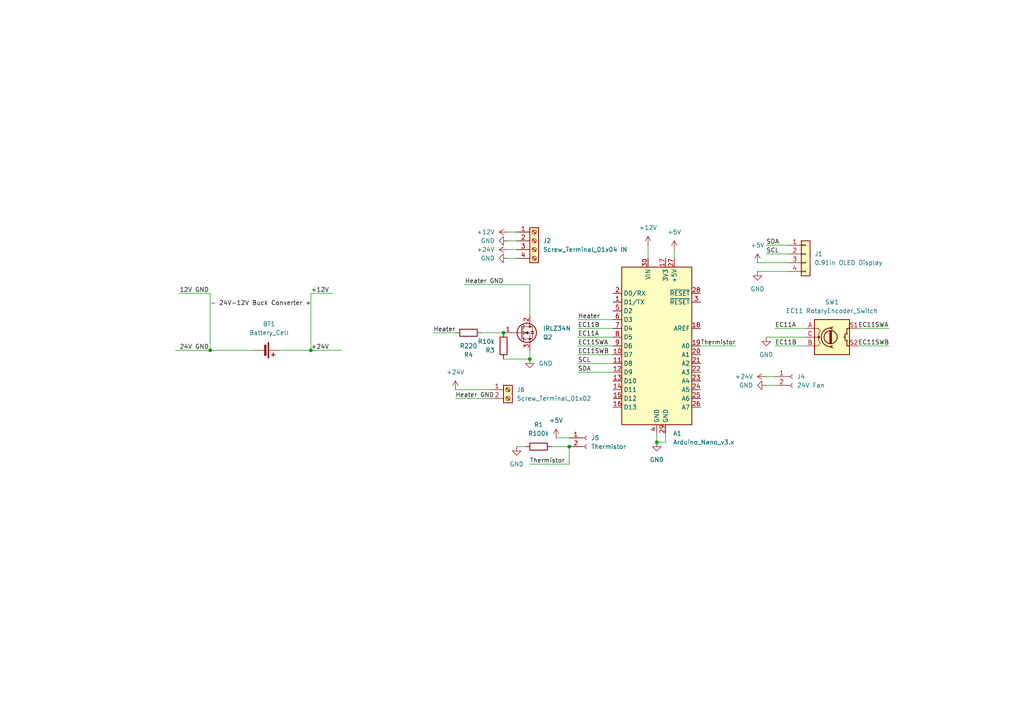
<source format=kicad_sch>
(kicad_sch
	(version 20250114)
	(generator "eeschema")
	(generator_version "9.0")
	(uuid "33255dbf-bc30-4163-89b7-80145344b99c")
	(paper "A4")
	(lib_symbols
		(symbol "Connector:Conn_01x02_Socket"
			(pin_names
				(offset 1.016)
				(hide yes)
			)
			(exclude_from_sim no)
			(in_bom yes)
			(on_board yes)
			(property "Reference" "J"
				(at 0 2.54 0)
				(effects
					(font
						(size 1.27 1.27)
					)
				)
			)
			(property "Value" "Conn_01x02_Socket"
				(at 0 -5.08 0)
				(effects
					(font
						(size 1.27 1.27)
					)
				)
			)
			(property "Footprint" ""
				(at 0 0 0)
				(effects
					(font
						(size 1.27 1.27)
					)
					(hide yes)
				)
			)
			(property "Datasheet" "~"
				(at 0 0 0)
				(effects
					(font
						(size 1.27 1.27)
					)
					(hide yes)
				)
			)
			(property "Description" "Generic connector, single row, 01x02, script generated"
				(at 0 0 0)
				(effects
					(font
						(size 1.27 1.27)
					)
					(hide yes)
				)
			)
			(property "ki_locked" ""
				(at 0 0 0)
				(effects
					(font
						(size 1.27 1.27)
					)
				)
			)
			(property "ki_keywords" "connector"
				(at 0 0 0)
				(effects
					(font
						(size 1.27 1.27)
					)
					(hide yes)
				)
			)
			(property "ki_fp_filters" "Connector*:*_1x??_*"
				(at 0 0 0)
				(effects
					(font
						(size 1.27 1.27)
					)
					(hide yes)
				)
			)
			(symbol "Conn_01x02_Socket_1_1"
				(polyline
					(pts
						(xy -1.27 0) (xy -0.508 0)
					)
					(stroke
						(width 0.1524)
						(type default)
					)
					(fill
						(type none)
					)
				)
				(polyline
					(pts
						(xy -1.27 -2.54) (xy -0.508 -2.54)
					)
					(stroke
						(width 0.1524)
						(type default)
					)
					(fill
						(type none)
					)
				)
				(arc
					(start 0 -0.508)
					(mid -0.5058 0)
					(end 0 0.508)
					(stroke
						(width 0.1524)
						(type default)
					)
					(fill
						(type none)
					)
				)
				(arc
					(start 0 -3.048)
					(mid -0.5058 -2.54)
					(end 0 -2.032)
					(stroke
						(width 0.1524)
						(type default)
					)
					(fill
						(type none)
					)
				)
				(pin passive line
					(at -5.08 0 0)
					(length 3.81)
					(name "Pin_1"
						(effects
							(font
								(size 1.27 1.27)
							)
						)
					)
					(number "1"
						(effects
							(font
								(size 1.27 1.27)
							)
						)
					)
				)
				(pin passive line
					(at -5.08 -2.54 0)
					(length 3.81)
					(name "Pin_2"
						(effects
							(font
								(size 1.27 1.27)
							)
						)
					)
					(number "2"
						(effects
							(font
								(size 1.27 1.27)
							)
						)
					)
				)
			)
			(embedded_fonts no)
		)
		(symbol "Connector:Screw_Terminal_01x02"
			(pin_names
				(offset 1.016)
				(hide yes)
			)
			(exclude_from_sim no)
			(in_bom yes)
			(on_board yes)
			(property "Reference" "J"
				(at 0 2.54 0)
				(effects
					(font
						(size 1.27 1.27)
					)
				)
			)
			(property "Value" "Screw_Terminal_01x02"
				(at 0 -5.08 0)
				(effects
					(font
						(size 1.27 1.27)
					)
				)
			)
			(property "Footprint" ""
				(at 0 0 0)
				(effects
					(font
						(size 1.27 1.27)
					)
					(hide yes)
				)
			)
			(property "Datasheet" "~"
				(at 0 0 0)
				(effects
					(font
						(size 1.27 1.27)
					)
					(hide yes)
				)
			)
			(property "Description" "Generic screw terminal, single row, 01x02, script generated (kicad-library-utils/schlib/autogen/connector/)"
				(at 0 0 0)
				(effects
					(font
						(size 1.27 1.27)
					)
					(hide yes)
				)
			)
			(property "ki_keywords" "screw terminal"
				(at 0 0 0)
				(effects
					(font
						(size 1.27 1.27)
					)
					(hide yes)
				)
			)
			(property "ki_fp_filters" "TerminalBlock*:*"
				(at 0 0 0)
				(effects
					(font
						(size 1.27 1.27)
					)
					(hide yes)
				)
			)
			(symbol "Screw_Terminal_01x02_1_1"
				(rectangle
					(start -1.27 1.27)
					(end 1.27 -3.81)
					(stroke
						(width 0.254)
						(type default)
					)
					(fill
						(type background)
					)
				)
				(polyline
					(pts
						(xy -0.5334 0.3302) (xy 0.3302 -0.508)
					)
					(stroke
						(width 0.1524)
						(type default)
					)
					(fill
						(type none)
					)
				)
				(polyline
					(pts
						(xy -0.5334 -2.2098) (xy 0.3302 -3.048)
					)
					(stroke
						(width 0.1524)
						(type default)
					)
					(fill
						(type none)
					)
				)
				(polyline
					(pts
						(xy -0.3556 0.508) (xy 0.508 -0.3302)
					)
					(stroke
						(width 0.1524)
						(type default)
					)
					(fill
						(type none)
					)
				)
				(polyline
					(pts
						(xy -0.3556 -2.032) (xy 0.508 -2.8702)
					)
					(stroke
						(width 0.1524)
						(type default)
					)
					(fill
						(type none)
					)
				)
				(circle
					(center 0 0)
					(radius 0.635)
					(stroke
						(width 0.1524)
						(type default)
					)
					(fill
						(type none)
					)
				)
				(circle
					(center 0 -2.54)
					(radius 0.635)
					(stroke
						(width 0.1524)
						(type default)
					)
					(fill
						(type none)
					)
				)
				(pin passive line
					(at -5.08 0 0)
					(length 3.81)
					(name "Pin_1"
						(effects
							(font
								(size 1.27 1.27)
							)
						)
					)
					(number "1"
						(effects
							(font
								(size 1.27 1.27)
							)
						)
					)
				)
				(pin passive line
					(at -5.08 -2.54 0)
					(length 3.81)
					(name "Pin_2"
						(effects
							(font
								(size 1.27 1.27)
							)
						)
					)
					(number "2"
						(effects
							(font
								(size 1.27 1.27)
							)
						)
					)
				)
			)
			(embedded_fonts no)
		)
		(symbol "Connector:Screw_Terminal_01x04"
			(pin_names
				(offset 1.016)
				(hide yes)
			)
			(exclude_from_sim no)
			(in_bom yes)
			(on_board yes)
			(property "Reference" "J"
				(at 0 5.08 0)
				(effects
					(font
						(size 1.27 1.27)
					)
				)
			)
			(property "Value" "Screw_Terminal_01x04"
				(at 0 -7.62 0)
				(effects
					(font
						(size 1.27 1.27)
					)
				)
			)
			(property "Footprint" ""
				(at 0 0 0)
				(effects
					(font
						(size 1.27 1.27)
					)
					(hide yes)
				)
			)
			(property "Datasheet" "~"
				(at 0 0 0)
				(effects
					(font
						(size 1.27 1.27)
					)
					(hide yes)
				)
			)
			(property "Description" "Generic screw terminal, single row, 01x04, script generated (kicad-library-utils/schlib/autogen/connector/)"
				(at 0 0 0)
				(effects
					(font
						(size 1.27 1.27)
					)
					(hide yes)
				)
			)
			(property "ki_keywords" "screw terminal"
				(at 0 0 0)
				(effects
					(font
						(size 1.27 1.27)
					)
					(hide yes)
				)
			)
			(property "ki_fp_filters" "TerminalBlock*:*"
				(at 0 0 0)
				(effects
					(font
						(size 1.27 1.27)
					)
					(hide yes)
				)
			)
			(symbol "Screw_Terminal_01x04_1_1"
				(rectangle
					(start -1.27 3.81)
					(end 1.27 -6.35)
					(stroke
						(width 0.254)
						(type default)
					)
					(fill
						(type background)
					)
				)
				(polyline
					(pts
						(xy -0.5334 2.8702) (xy 0.3302 2.032)
					)
					(stroke
						(width 0.1524)
						(type default)
					)
					(fill
						(type none)
					)
				)
				(polyline
					(pts
						(xy -0.5334 0.3302) (xy 0.3302 -0.508)
					)
					(stroke
						(width 0.1524)
						(type default)
					)
					(fill
						(type none)
					)
				)
				(polyline
					(pts
						(xy -0.5334 -2.2098) (xy 0.3302 -3.048)
					)
					(stroke
						(width 0.1524)
						(type default)
					)
					(fill
						(type none)
					)
				)
				(polyline
					(pts
						(xy -0.5334 -4.7498) (xy 0.3302 -5.588)
					)
					(stroke
						(width 0.1524)
						(type default)
					)
					(fill
						(type none)
					)
				)
				(polyline
					(pts
						(xy -0.3556 3.048) (xy 0.508 2.2098)
					)
					(stroke
						(width 0.1524)
						(type default)
					)
					(fill
						(type none)
					)
				)
				(polyline
					(pts
						(xy -0.3556 0.508) (xy 0.508 -0.3302)
					)
					(stroke
						(width 0.1524)
						(type default)
					)
					(fill
						(type none)
					)
				)
				(polyline
					(pts
						(xy -0.3556 -2.032) (xy 0.508 -2.8702)
					)
					(stroke
						(width 0.1524)
						(type default)
					)
					(fill
						(type none)
					)
				)
				(polyline
					(pts
						(xy -0.3556 -4.572) (xy 0.508 -5.4102)
					)
					(stroke
						(width 0.1524)
						(type default)
					)
					(fill
						(type none)
					)
				)
				(circle
					(center 0 2.54)
					(radius 0.635)
					(stroke
						(width 0.1524)
						(type default)
					)
					(fill
						(type none)
					)
				)
				(circle
					(center 0 0)
					(radius 0.635)
					(stroke
						(width 0.1524)
						(type default)
					)
					(fill
						(type none)
					)
				)
				(circle
					(center 0 -2.54)
					(radius 0.635)
					(stroke
						(width 0.1524)
						(type default)
					)
					(fill
						(type none)
					)
				)
				(circle
					(center 0 -5.08)
					(radius 0.635)
					(stroke
						(width 0.1524)
						(type default)
					)
					(fill
						(type none)
					)
				)
				(pin passive line
					(at -5.08 2.54 0)
					(length 3.81)
					(name "Pin_1"
						(effects
							(font
								(size 1.27 1.27)
							)
						)
					)
					(number "1"
						(effects
							(font
								(size 1.27 1.27)
							)
						)
					)
				)
				(pin passive line
					(at -5.08 0 0)
					(length 3.81)
					(name "Pin_2"
						(effects
							(font
								(size 1.27 1.27)
							)
						)
					)
					(number "2"
						(effects
							(font
								(size 1.27 1.27)
							)
						)
					)
				)
				(pin passive line
					(at -5.08 -2.54 0)
					(length 3.81)
					(name "Pin_3"
						(effects
							(font
								(size 1.27 1.27)
							)
						)
					)
					(number "3"
						(effects
							(font
								(size 1.27 1.27)
							)
						)
					)
				)
				(pin passive line
					(at -5.08 -5.08 0)
					(length 3.81)
					(name "Pin_4"
						(effects
							(font
								(size 1.27 1.27)
							)
						)
					)
					(number "4"
						(effects
							(font
								(size 1.27 1.27)
							)
						)
					)
				)
			)
			(embedded_fonts no)
		)
		(symbol "Connector_Generic:Conn_01x04"
			(pin_names
				(offset 1.016)
				(hide yes)
			)
			(exclude_from_sim no)
			(in_bom yes)
			(on_board yes)
			(property "Reference" "J"
				(at 0 5.08 0)
				(effects
					(font
						(size 1.27 1.27)
					)
				)
			)
			(property "Value" "Conn_01x04"
				(at 0 -7.62 0)
				(effects
					(font
						(size 1.27 1.27)
					)
				)
			)
			(property "Footprint" ""
				(at 0 0 0)
				(effects
					(font
						(size 1.27 1.27)
					)
					(hide yes)
				)
			)
			(property "Datasheet" "~"
				(at 0 0 0)
				(effects
					(font
						(size 1.27 1.27)
					)
					(hide yes)
				)
			)
			(property "Description" "Generic connector, single row, 01x04, script generated (kicad-library-utils/schlib/autogen/connector/)"
				(at 0 0 0)
				(effects
					(font
						(size 1.27 1.27)
					)
					(hide yes)
				)
			)
			(property "ki_keywords" "connector"
				(at 0 0 0)
				(effects
					(font
						(size 1.27 1.27)
					)
					(hide yes)
				)
			)
			(property "ki_fp_filters" "Connector*:*_1x??_*"
				(at 0 0 0)
				(effects
					(font
						(size 1.27 1.27)
					)
					(hide yes)
				)
			)
			(symbol "Conn_01x04_1_1"
				(rectangle
					(start -1.27 3.81)
					(end 1.27 -6.35)
					(stroke
						(width 0.254)
						(type default)
					)
					(fill
						(type background)
					)
				)
				(rectangle
					(start -1.27 2.667)
					(end 0 2.413)
					(stroke
						(width 0.1524)
						(type default)
					)
					(fill
						(type none)
					)
				)
				(rectangle
					(start -1.27 0.127)
					(end 0 -0.127)
					(stroke
						(width 0.1524)
						(type default)
					)
					(fill
						(type none)
					)
				)
				(rectangle
					(start -1.27 -2.413)
					(end 0 -2.667)
					(stroke
						(width 0.1524)
						(type default)
					)
					(fill
						(type none)
					)
				)
				(rectangle
					(start -1.27 -4.953)
					(end 0 -5.207)
					(stroke
						(width 0.1524)
						(type default)
					)
					(fill
						(type none)
					)
				)
				(pin passive line
					(at -5.08 2.54 0)
					(length 3.81)
					(name "Pin_1"
						(effects
							(font
								(size 1.27 1.27)
							)
						)
					)
					(number "1"
						(effects
							(font
								(size 1.27 1.27)
							)
						)
					)
				)
				(pin passive line
					(at -5.08 0 0)
					(length 3.81)
					(name "Pin_2"
						(effects
							(font
								(size 1.27 1.27)
							)
						)
					)
					(number "2"
						(effects
							(font
								(size 1.27 1.27)
							)
						)
					)
				)
				(pin passive line
					(at -5.08 -2.54 0)
					(length 3.81)
					(name "Pin_3"
						(effects
							(font
								(size 1.27 1.27)
							)
						)
					)
					(number "3"
						(effects
							(font
								(size 1.27 1.27)
							)
						)
					)
				)
				(pin passive line
					(at -5.08 -5.08 0)
					(length 3.81)
					(name "Pin_4"
						(effects
							(font
								(size 1.27 1.27)
							)
						)
					)
					(number "4"
						(effects
							(font
								(size 1.27 1.27)
							)
						)
					)
				)
			)
			(embedded_fonts no)
		)
		(symbol "Device:Battery_Cell"
			(pin_numbers
				(hide yes)
			)
			(pin_names
				(offset 0)
				(hide yes)
			)
			(exclude_from_sim no)
			(in_bom yes)
			(on_board yes)
			(property "Reference" "BT"
				(at 2.54 2.54 0)
				(effects
					(font
						(size 1.27 1.27)
					)
					(justify left)
				)
			)
			(property "Value" "Battery_Cell"
				(at 2.54 0 0)
				(effects
					(font
						(size 1.27 1.27)
					)
					(justify left)
				)
			)
			(property "Footprint" ""
				(at 0 1.524 90)
				(effects
					(font
						(size 1.27 1.27)
					)
					(hide yes)
				)
			)
			(property "Datasheet" "~"
				(at 0 1.524 90)
				(effects
					(font
						(size 1.27 1.27)
					)
					(hide yes)
				)
			)
			(property "Description" "Single-cell battery"
				(at 0 0 0)
				(effects
					(font
						(size 1.27 1.27)
					)
					(hide yes)
				)
			)
			(property "ki_keywords" "battery cell"
				(at 0 0 0)
				(effects
					(font
						(size 1.27 1.27)
					)
					(hide yes)
				)
			)
			(symbol "Battery_Cell_0_1"
				(rectangle
					(start -2.286 1.778)
					(end 2.286 1.524)
					(stroke
						(width 0)
						(type default)
					)
					(fill
						(type outline)
					)
				)
				(rectangle
					(start -1.524 1.016)
					(end 1.524 0.508)
					(stroke
						(width 0)
						(type default)
					)
					(fill
						(type outline)
					)
				)
				(polyline
					(pts
						(xy 0 1.778) (xy 0 2.54)
					)
					(stroke
						(width 0)
						(type default)
					)
					(fill
						(type none)
					)
				)
				(polyline
					(pts
						(xy 0 0.762) (xy 0 0)
					)
					(stroke
						(width 0)
						(type default)
					)
					(fill
						(type none)
					)
				)
				(polyline
					(pts
						(xy 0.762 3.048) (xy 1.778 3.048)
					)
					(stroke
						(width 0.254)
						(type default)
					)
					(fill
						(type none)
					)
				)
				(polyline
					(pts
						(xy 1.27 3.556) (xy 1.27 2.54)
					)
					(stroke
						(width 0.254)
						(type default)
					)
					(fill
						(type none)
					)
				)
			)
			(symbol "Battery_Cell_1_1"
				(pin passive line
					(at 0 5.08 270)
					(length 2.54)
					(name "+"
						(effects
							(font
								(size 1.27 1.27)
							)
						)
					)
					(number "1"
						(effects
							(font
								(size 1.27 1.27)
							)
						)
					)
				)
				(pin passive line
					(at 0 -2.54 90)
					(length 2.54)
					(name "-"
						(effects
							(font
								(size 1.27 1.27)
							)
						)
					)
					(number "2"
						(effects
							(font
								(size 1.27 1.27)
							)
						)
					)
				)
			)
			(embedded_fonts no)
		)
		(symbol "Device:R"
			(pin_numbers
				(hide yes)
			)
			(pin_names
				(offset 0)
			)
			(exclude_from_sim no)
			(in_bom yes)
			(on_board yes)
			(property "Reference" "R"
				(at 2.032 0 90)
				(effects
					(font
						(size 1.27 1.27)
					)
				)
			)
			(property "Value" "R"
				(at 0 0 90)
				(effects
					(font
						(size 1.27 1.27)
					)
				)
			)
			(property "Footprint" ""
				(at -1.778 0 90)
				(effects
					(font
						(size 1.27 1.27)
					)
					(hide yes)
				)
			)
			(property "Datasheet" "~"
				(at 0 0 0)
				(effects
					(font
						(size 1.27 1.27)
					)
					(hide yes)
				)
			)
			(property "Description" "Resistor"
				(at 0 0 0)
				(effects
					(font
						(size 1.27 1.27)
					)
					(hide yes)
				)
			)
			(property "ki_keywords" "R res resistor"
				(at 0 0 0)
				(effects
					(font
						(size 1.27 1.27)
					)
					(hide yes)
				)
			)
			(property "ki_fp_filters" "R_*"
				(at 0 0 0)
				(effects
					(font
						(size 1.27 1.27)
					)
					(hide yes)
				)
			)
			(symbol "R_0_1"
				(rectangle
					(start -1.016 -2.54)
					(end 1.016 2.54)
					(stroke
						(width 0.254)
						(type default)
					)
					(fill
						(type none)
					)
				)
			)
			(symbol "R_1_1"
				(pin passive line
					(at 0 3.81 270)
					(length 1.27)
					(name "~"
						(effects
							(font
								(size 1.27 1.27)
							)
						)
					)
					(number "1"
						(effects
							(font
								(size 1.27 1.27)
							)
						)
					)
				)
				(pin passive line
					(at 0 -3.81 90)
					(length 1.27)
					(name "~"
						(effects
							(font
								(size 1.27 1.27)
							)
						)
					)
					(number "2"
						(effects
							(font
								(size 1.27 1.27)
							)
						)
					)
				)
			)
			(embedded_fonts no)
		)
		(symbol "Device:RotaryEncoder_Switch"
			(pin_names
				(offset 0.254)
				(hide yes)
			)
			(exclude_from_sim no)
			(in_bom yes)
			(on_board yes)
			(property "Reference" "SW"
				(at 0 6.604 0)
				(effects
					(font
						(size 1.27 1.27)
					)
				)
			)
			(property "Value" "RotaryEncoder_Switch"
				(at 0 -6.604 0)
				(effects
					(font
						(size 1.27 1.27)
					)
				)
			)
			(property "Footprint" ""
				(at -3.81 4.064 0)
				(effects
					(font
						(size 1.27 1.27)
					)
					(hide yes)
				)
			)
			(property "Datasheet" "~"
				(at 0 6.604 0)
				(effects
					(font
						(size 1.27 1.27)
					)
					(hide yes)
				)
			)
			(property "Description" "Rotary encoder, dual channel, incremental quadrate outputs, with switch"
				(at 0 0 0)
				(effects
					(font
						(size 1.27 1.27)
					)
					(hide yes)
				)
			)
			(property "ki_keywords" "rotary switch encoder switch push button"
				(at 0 0 0)
				(effects
					(font
						(size 1.27 1.27)
					)
					(hide yes)
				)
			)
			(property "ki_fp_filters" "RotaryEncoder*Switch*"
				(at 0 0 0)
				(effects
					(font
						(size 1.27 1.27)
					)
					(hide yes)
				)
			)
			(symbol "RotaryEncoder_Switch_0_1"
				(rectangle
					(start -5.08 5.08)
					(end 5.08 -5.08)
					(stroke
						(width 0.254)
						(type default)
					)
					(fill
						(type background)
					)
				)
				(polyline
					(pts
						(xy -5.08 2.54) (xy -3.81 2.54) (xy -3.81 2.032)
					)
					(stroke
						(width 0)
						(type default)
					)
					(fill
						(type none)
					)
				)
				(polyline
					(pts
						(xy -5.08 0) (xy -3.81 0) (xy -3.81 -1.016) (xy -3.302 -2.032)
					)
					(stroke
						(width 0)
						(type default)
					)
					(fill
						(type none)
					)
				)
				(polyline
					(pts
						(xy -5.08 -2.54) (xy -3.81 -2.54) (xy -3.81 -2.032)
					)
					(stroke
						(width 0)
						(type default)
					)
					(fill
						(type none)
					)
				)
				(polyline
					(pts
						(xy -4.318 0) (xy -3.81 0) (xy -3.81 1.016) (xy -3.302 2.032)
					)
					(stroke
						(width 0)
						(type default)
					)
					(fill
						(type none)
					)
				)
				(circle
					(center -3.81 0)
					(radius 0.254)
					(stroke
						(width 0)
						(type default)
					)
					(fill
						(type outline)
					)
				)
				(polyline
					(pts
						(xy -0.635 -1.778) (xy -0.635 1.778)
					)
					(stroke
						(width 0.254)
						(type default)
					)
					(fill
						(type none)
					)
				)
				(circle
					(center -0.381 0)
					(radius 1.905)
					(stroke
						(width 0.254)
						(type default)
					)
					(fill
						(type none)
					)
				)
				(polyline
					(pts
						(xy -0.381 -1.778) (xy -0.381 1.778)
					)
					(stroke
						(width 0.254)
						(type default)
					)
					(fill
						(type none)
					)
				)
				(arc
					(start -0.381 -2.794)
					(mid -3.0988 -0.0635)
					(end -0.381 2.667)
					(stroke
						(width 0.254)
						(type default)
					)
					(fill
						(type none)
					)
				)
				(polyline
					(pts
						(xy -0.127 1.778) (xy -0.127 -1.778)
					)
					(stroke
						(width 0.254)
						(type default)
					)
					(fill
						(type none)
					)
				)
				(polyline
					(pts
						(xy 0.254 2.921) (xy -0.508 2.667) (xy 0.127 2.286)
					)
					(stroke
						(width 0.254)
						(type default)
					)
					(fill
						(type none)
					)
				)
				(polyline
					(pts
						(xy 0.254 -3.048) (xy -0.508 -2.794) (xy 0.127 -2.413)
					)
					(stroke
						(width 0.254)
						(type default)
					)
					(fill
						(type none)
					)
				)
				(polyline
					(pts
						(xy 3.81 1.016) (xy 3.81 -1.016)
					)
					(stroke
						(width 0.254)
						(type default)
					)
					(fill
						(type none)
					)
				)
				(polyline
					(pts
						(xy 3.81 0) (xy 3.429 0)
					)
					(stroke
						(width 0.254)
						(type default)
					)
					(fill
						(type none)
					)
				)
				(circle
					(center 4.318 1.016)
					(radius 0.127)
					(stroke
						(width 0.254)
						(type default)
					)
					(fill
						(type none)
					)
				)
				(circle
					(center 4.318 -1.016)
					(radius 0.127)
					(stroke
						(width 0.254)
						(type default)
					)
					(fill
						(type none)
					)
				)
				(polyline
					(pts
						(xy 5.08 2.54) (xy 4.318 2.54) (xy 4.318 1.016)
					)
					(stroke
						(width 0.254)
						(type default)
					)
					(fill
						(type none)
					)
				)
				(polyline
					(pts
						(xy 5.08 -2.54) (xy 4.318 -2.54) (xy 4.318 -1.016)
					)
					(stroke
						(width 0.254)
						(type default)
					)
					(fill
						(type none)
					)
				)
			)
			(symbol "RotaryEncoder_Switch_1_1"
				(pin passive line
					(at -7.62 2.54 0)
					(length 2.54)
					(name "A"
						(effects
							(font
								(size 1.27 1.27)
							)
						)
					)
					(number "A"
						(effects
							(font
								(size 1.27 1.27)
							)
						)
					)
				)
				(pin passive line
					(at -7.62 0 0)
					(length 2.54)
					(name "C"
						(effects
							(font
								(size 1.27 1.27)
							)
						)
					)
					(number "C"
						(effects
							(font
								(size 1.27 1.27)
							)
						)
					)
				)
				(pin passive line
					(at -7.62 -2.54 0)
					(length 2.54)
					(name "B"
						(effects
							(font
								(size 1.27 1.27)
							)
						)
					)
					(number "B"
						(effects
							(font
								(size 1.27 1.27)
							)
						)
					)
				)
				(pin passive line
					(at 7.62 2.54 180)
					(length 2.54)
					(name "S1"
						(effects
							(font
								(size 1.27 1.27)
							)
						)
					)
					(number "S1"
						(effects
							(font
								(size 1.27 1.27)
							)
						)
					)
				)
				(pin passive line
					(at 7.62 -2.54 180)
					(length 2.54)
					(name "S2"
						(effects
							(font
								(size 1.27 1.27)
							)
						)
					)
					(number "S2"
						(effects
							(font
								(size 1.27 1.27)
							)
						)
					)
				)
			)
			(embedded_fonts no)
		)
		(symbol "MCU_Module:Arduino_Nano_v3.x"
			(exclude_from_sim no)
			(in_bom yes)
			(on_board yes)
			(property "Reference" "A"
				(at -10.16 23.495 0)
				(effects
					(font
						(size 1.27 1.27)
					)
					(justify left bottom)
				)
			)
			(property "Value" "Arduino_Nano_v3.x"
				(at 5.08 -24.13 0)
				(effects
					(font
						(size 1.27 1.27)
					)
					(justify left top)
				)
			)
			(property "Footprint" "Module:Arduino_Nano"
				(at 0 0 0)
				(effects
					(font
						(size 1.27 1.27)
						(italic yes)
					)
					(hide yes)
				)
			)
			(property "Datasheet" "http://www.mouser.com/pdfdocs/Gravitech_Arduino_Nano3_0.pdf"
				(at 0 0 0)
				(effects
					(font
						(size 1.27 1.27)
					)
					(hide yes)
				)
			)
			(property "Description" "Arduino Nano v3.x"
				(at 0 0 0)
				(effects
					(font
						(size 1.27 1.27)
					)
					(hide yes)
				)
			)
			(property "ki_keywords" "Arduino nano microcontroller module USB"
				(at 0 0 0)
				(effects
					(font
						(size 1.27 1.27)
					)
					(hide yes)
				)
			)
			(property "ki_fp_filters" "Arduino*Nano*"
				(at 0 0 0)
				(effects
					(font
						(size 1.27 1.27)
					)
					(hide yes)
				)
			)
			(symbol "Arduino_Nano_v3.x_0_1"
				(rectangle
					(start -10.16 22.86)
					(end 10.16 -22.86)
					(stroke
						(width 0.254)
						(type default)
					)
					(fill
						(type background)
					)
				)
			)
			(symbol "Arduino_Nano_v3.x_1_1"
				(pin bidirectional line
					(at -12.7 15.24 0)
					(length 2.54)
					(name "D0/RX"
						(effects
							(font
								(size 1.27 1.27)
							)
						)
					)
					(number "2"
						(effects
							(font
								(size 1.27 1.27)
							)
						)
					)
				)
				(pin bidirectional line
					(at -12.7 12.7 0)
					(length 2.54)
					(name "D1/TX"
						(effects
							(font
								(size 1.27 1.27)
							)
						)
					)
					(number "1"
						(effects
							(font
								(size 1.27 1.27)
							)
						)
					)
				)
				(pin bidirectional line
					(at -12.7 10.16 0)
					(length 2.54)
					(name "D2"
						(effects
							(font
								(size 1.27 1.27)
							)
						)
					)
					(number "5"
						(effects
							(font
								(size 1.27 1.27)
							)
						)
					)
				)
				(pin bidirectional line
					(at -12.7 7.62 0)
					(length 2.54)
					(name "D3"
						(effects
							(font
								(size 1.27 1.27)
							)
						)
					)
					(number "6"
						(effects
							(font
								(size 1.27 1.27)
							)
						)
					)
				)
				(pin bidirectional line
					(at -12.7 5.08 0)
					(length 2.54)
					(name "D4"
						(effects
							(font
								(size 1.27 1.27)
							)
						)
					)
					(number "7"
						(effects
							(font
								(size 1.27 1.27)
							)
						)
					)
				)
				(pin bidirectional line
					(at -12.7 2.54 0)
					(length 2.54)
					(name "D5"
						(effects
							(font
								(size 1.27 1.27)
							)
						)
					)
					(number "8"
						(effects
							(font
								(size 1.27 1.27)
							)
						)
					)
				)
				(pin bidirectional line
					(at -12.7 0 0)
					(length 2.54)
					(name "D6"
						(effects
							(font
								(size 1.27 1.27)
							)
						)
					)
					(number "9"
						(effects
							(font
								(size 1.27 1.27)
							)
						)
					)
				)
				(pin bidirectional line
					(at -12.7 -2.54 0)
					(length 2.54)
					(name "D7"
						(effects
							(font
								(size 1.27 1.27)
							)
						)
					)
					(number "10"
						(effects
							(font
								(size 1.27 1.27)
							)
						)
					)
				)
				(pin bidirectional line
					(at -12.7 -5.08 0)
					(length 2.54)
					(name "D8"
						(effects
							(font
								(size 1.27 1.27)
							)
						)
					)
					(number "11"
						(effects
							(font
								(size 1.27 1.27)
							)
						)
					)
				)
				(pin bidirectional line
					(at -12.7 -7.62 0)
					(length 2.54)
					(name "D9"
						(effects
							(font
								(size 1.27 1.27)
							)
						)
					)
					(number "12"
						(effects
							(font
								(size 1.27 1.27)
							)
						)
					)
				)
				(pin bidirectional line
					(at -12.7 -10.16 0)
					(length 2.54)
					(name "D10"
						(effects
							(font
								(size 1.27 1.27)
							)
						)
					)
					(number "13"
						(effects
							(font
								(size 1.27 1.27)
							)
						)
					)
				)
				(pin bidirectional line
					(at -12.7 -12.7 0)
					(length 2.54)
					(name "D11"
						(effects
							(font
								(size 1.27 1.27)
							)
						)
					)
					(number "14"
						(effects
							(font
								(size 1.27 1.27)
							)
						)
					)
				)
				(pin bidirectional line
					(at -12.7 -15.24 0)
					(length 2.54)
					(name "D12"
						(effects
							(font
								(size 1.27 1.27)
							)
						)
					)
					(number "15"
						(effects
							(font
								(size 1.27 1.27)
							)
						)
					)
				)
				(pin bidirectional line
					(at -12.7 -17.78 0)
					(length 2.54)
					(name "D13"
						(effects
							(font
								(size 1.27 1.27)
							)
						)
					)
					(number "16"
						(effects
							(font
								(size 1.27 1.27)
							)
						)
					)
				)
				(pin power_in line
					(at -2.54 25.4 270)
					(length 2.54)
					(name "VIN"
						(effects
							(font
								(size 1.27 1.27)
							)
						)
					)
					(number "30"
						(effects
							(font
								(size 1.27 1.27)
							)
						)
					)
				)
				(pin power_in line
					(at 0 -25.4 90)
					(length 2.54)
					(name "GND"
						(effects
							(font
								(size 1.27 1.27)
							)
						)
					)
					(number "4"
						(effects
							(font
								(size 1.27 1.27)
							)
						)
					)
				)
				(pin power_out line
					(at 2.54 25.4 270)
					(length 2.54)
					(name "3V3"
						(effects
							(font
								(size 1.27 1.27)
							)
						)
					)
					(number "17"
						(effects
							(font
								(size 1.27 1.27)
							)
						)
					)
				)
				(pin power_in line
					(at 2.54 -25.4 90)
					(length 2.54)
					(name "GND"
						(effects
							(font
								(size 1.27 1.27)
							)
						)
					)
					(number "29"
						(effects
							(font
								(size 1.27 1.27)
							)
						)
					)
				)
				(pin power_out line
					(at 5.08 25.4 270)
					(length 2.54)
					(name "+5V"
						(effects
							(font
								(size 1.27 1.27)
							)
						)
					)
					(number "27"
						(effects
							(font
								(size 1.27 1.27)
							)
						)
					)
				)
				(pin input line
					(at 12.7 15.24 180)
					(length 2.54)
					(name "~{RESET}"
						(effects
							(font
								(size 1.27 1.27)
							)
						)
					)
					(number "28"
						(effects
							(font
								(size 1.27 1.27)
							)
						)
					)
				)
				(pin input line
					(at 12.7 12.7 180)
					(length 2.54)
					(name "~{RESET}"
						(effects
							(font
								(size 1.27 1.27)
							)
						)
					)
					(number "3"
						(effects
							(font
								(size 1.27 1.27)
							)
						)
					)
				)
				(pin input line
					(at 12.7 5.08 180)
					(length 2.54)
					(name "AREF"
						(effects
							(font
								(size 1.27 1.27)
							)
						)
					)
					(number "18"
						(effects
							(font
								(size 1.27 1.27)
							)
						)
					)
				)
				(pin bidirectional line
					(at 12.7 0 180)
					(length 2.54)
					(name "A0"
						(effects
							(font
								(size 1.27 1.27)
							)
						)
					)
					(number "19"
						(effects
							(font
								(size 1.27 1.27)
							)
						)
					)
				)
				(pin bidirectional line
					(at 12.7 -2.54 180)
					(length 2.54)
					(name "A1"
						(effects
							(font
								(size 1.27 1.27)
							)
						)
					)
					(number "20"
						(effects
							(font
								(size 1.27 1.27)
							)
						)
					)
				)
				(pin bidirectional line
					(at 12.7 -5.08 180)
					(length 2.54)
					(name "A2"
						(effects
							(font
								(size 1.27 1.27)
							)
						)
					)
					(number "21"
						(effects
							(font
								(size 1.27 1.27)
							)
						)
					)
				)
				(pin bidirectional line
					(at 12.7 -7.62 180)
					(length 2.54)
					(name "A3"
						(effects
							(font
								(size 1.27 1.27)
							)
						)
					)
					(number "22"
						(effects
							(font
								(size 1.27 1.27)
							)
						)
					)
				)
				(pin bidirectional line
					(at 12.7 -10.16 180)
					(length 2.54)
					(name "A4"
						(effects
							(font
								(size 1.27 1.27)
							)
						)
					)
					(number "23"
						(effects
							(font
								(size 1.27 1.27)
							)
						)
					)
				)
				(pin bidirectional line
					(at 12.7 -12.7 180)
					(length 2.54)
					(name "A5"
						(effects
							(font
								(size 1.27 1.27)
							)
						)
					)
					(number "24"
						(effects
							(font
								(size 1.27 1.27)
							)
						)
					)
				)
				(pin bidirectional line
					(at 12.7 -15.24 180)
					(length 2.54)
					(name "A6"
						(effects
							(font
								(size 1.27 1.27)
							)
						)
					)
					(number "25"
						(effects
							(font
								(size 1.27 1.27)
							)
						)
					)
				)
				(pin bidirectional line
					(at 12.7 -17.78 180)
					(length 2.54)
					(name "A7"
						(effects
							(font
								(size 1.27 1.27)
							)
						)
					)
					(number "26"
						(effects
							(font
								(size 1.27 1.27)
							)
						)
					)
				)
			)
			(embedded_fonts no)
		)
		(symbol "Transistor_FET:IRLZ34N"
			(pin_names
				(hide yes)
			)
			(exclude_from_sim no)
			(in_bom yes)
			(on_board yes)
			(property "Reference" "Q"
				(at 5.08 1.905 0)
				(effects
					(font
						(size 1.27 1.27)
					)
					(justify left)
				)
			)
			(property "Value" "IRLZ34N"
				(at 5.08 0 0)
				(effects
					(font
						(size 1.27 1.27)
					)
					(justify left)
				)
			)
			(property "Footprint" "Package_TO_SOT_THT:TO-220-3_Vertical"
				(at 5.08 -1.905 0)
				(effects
					(font
						(size 1.27 1.27)
						(italic yes)
					)
					(justify left)
					(hide yes)
				)
			)
			(property "Datasheet" "http://www.infineon.com/dgdl/irlz34npbf.pdf?fileId=5546d462533600a40153567206892720"
				(at 5.08 -3.81 0)
				(effects
					(font
						(size 1.27 1.27)
					)
					(justify left)
					(hide yes)
				)
			)
			(property "Description" "30A Id, 55V Vds, 35mOhm Rds, N-Channel HEXFET Power MOSFET, TO-220AB"
				(at 0 0 0)
				(effects
					(font
						(size 1.27 1.27)
					)
					(hide yes)
				)
			)
			(property "ki_keywords" "N-Channel HEXFET MOSFET Logic-Level"
				(at 0 0 0)
				(effects
					(font
						(size 1.27 1.27)
					)
					(hide yes)
				)
			)
			(property "ki_fp_filters" "TO?220*"
				(at 0 0 0)
				(effects
					(font
						(size 1.27 1.27)
					)
					(hide yes)
				)
			)
			(symbol "IRLZ34N_0_1"
				(polyline
					(pts
						(xy 0.254 1.905) (xy 0.254 -1.905)
					)
					(stroke
						(width 0.254)
						(type default)
					)
					(fill
						(type none)
					)
				)
				(polyline
					(pts
						(xy 0.254 0) (xy -2.54 0)
					)
					(stroke
						(width 0)
						(type default)
					)
					(fill
						(type none)
					)
				)
				(polyline
					(pts
						(xy 0.762 2.286) (xy 0.762 1.27)
					)
					(stroke
						(width 0.254)
						(type default)
					)
					(fill
						(type none)
					)
				)
				(polyline
					(pts
						(xy 0.762 0.508) (xy 0.762 -0.508)
					)
					(stroke
						(width 0.254)
						(type default)
					)
					(fill
						(type none)
					)
				)
				(polyline
					(pts
						(xy 0.762 -1.27) (xy 0.762 -2.286)
					)
					(stroke
						(width 0.254)
						(type default)
					)
					(fill
						(type none)
					)
				)
				(polyline
					(pts
						(xy 0.762 -1.778) (xy 3.302 -1.778) (xy 3.302 1.778) (xy 0.762 1.778)
					)
					(stroke
						(width 0)
						(type default)
					)
					(fill
						(type none)
					)
				)
				(polyline
					(pts
						(xy 1.016 0) (xy 2.032 0.381) (xy 2.032 -0.381) (xy 1.016 0)
					)
					(stroke
						(width 0)
						(type default)
					)
					(fill
						(type outline)
					)
				)
				(circle
					(center 1.651 0)
					(radius 2.794)
					(stroke
						(width 0.254)
						(type default)
					)
					(fill
						(type none)
					)
				)
				(polyline
					(pts
						(xy 2.54 2.54) (xy 2.54 1.778)
					)
					(stroke
						(width 0)
						(type default)
					)
					(fill
						(type none)
					)
				)
				(circle
					(center 2.54 1.778)
					(radius 0.254)
					(stroke
						(width 0)
						(type default)
					)
					(fill
						(type outline)
					)
				)
				(circle
					(center 2.54 -1.778)
					(radius 0.254)
					(stroke
						(width 0)
						(type default)
					)
					(fill
						(type outline)
					)
				)
				(polyline
					(pts
						(xy 2.54 -2.54) (xy 2.54 0) (xy 0.762 0)
					)
					(stroke
						(width 0)
						(type default)
					)
					(fill
						(type none)
					)
				)
				(polyline
					(pts
						(xy 2.794 0.508) (xy 2.921 0.381) (xy 3.683 0.381) (xy 3.81 0.254)
					)
					(stroke
						(width 0)
						(type default)
					)
					(fill
						(type none)
					)
				)
				(polyline
					(pts
						(xy 3.302 0.381) (xy 2.921 -0.254) (xy 3.683 -0.254) (xy 3.302 0.381)
					)
					(stroke
						(width 0)
						(type default)
					)
					(fill
						(type none)
					)
				)
			)
			(symbol "IRLZ34N_1_1"
				(pin input line
					(at -5.08 0 0)
					(length 2.54)
					(name "G"
						(effects
							(font
								(size 1.27 1.27)
							)
						)
					)
					(number "1"
						(effects
							(font
								(size 1.27 1.27)
							)
						)
					)
				)
				(pin passive line
					(at 2.54 5.08 270)
					(length 2.54)
					(name "D"
						(effects
							(font
								(size 1.27 1.27)
							)
						)
					)
					(number "2"
						(effects
							(font
								(size 1.27 1.27)
							)
						)
					)
				)
				(pin passive line
					(at 2.54 -5.08 90)
					(length 2.54)
					(name "S"
						(effects
							(font
								(size 1.27 1.27)
							)
						)
					)
					(number "3"
						(effects
							(font
								(size 1.27 1.27)
							)
						)
					)
				)
			)
			(embedded_fonts no)
		)
		(symbol "power:+12V"
			(power)
			(pin_numbers
				(hide yes)
			)
			(pin_names
				(offset 0)
				(hide yes)
			)
			(exclude_from_sim no)
			(in_bom yes)
			(on_board yes)
			(property "Reference" "#PWR"
				(at 0 -3.81 0)
				(effects
					(font
						(size 1.27 1.27)
					)
					(hide yes)
				)
			)
			(property "Value" "+12V"
				(at 0 3.556 0)
				(effects
					(font
						(size 1.27 1.27)
					)
				)
			)
			(property "Footprint" ""
				(at 0 0 0)
				(effects
					(font
						(size 1.27 1.27)
					)
					(hide yes)
				)
			)
			(property "Datasheet" ""
				(at 0 0 0)
				(effects
					(font
						(size 1.27 1.27)
					)
					(hide yes)
				)
			)
			(property "Description" "Power symbol creates a global label with name \"+12V\""
				(at 0 0 0)
				(effects
					(font
						(size 1.27 1.27)
					)
					(hide yes)
				)
			)
			(property "ki_keywords" "global power"
				(at 0 0 0)
				(effects
					(font
						(size 1.27 1.27)
					)
					(hide yes)
				)
			)
			(symbol "+12V_0_1"
				(polyline
					(pts
						(xy -0.762 1.27) (xy 0 2.54)
					)
					(stroke
						(width 0)
						(type default)
					)
					(fill
						(type none)
					)
				)
				(polyline
					(pts
						(xy 0 2.54) (xy 0.762 1.27)
					)
					(stroke
						(width 0)
						(type default)
					)
					(fill
						(type none)
					)
				)
				(polyline
					(pts
						(xy 0 0) (xy 0 2.54)
					)
					(stroke
						(width 0)
						(type default)
					)
					(fill
						(type none)
					)
				)
			)
			(symbol "+12V_1_1"
				(pin power_in line
					(at 0 0 90)
					(length 0)
					(name "~"
						(effects
							(font
								(size 1.27 1.27)
							)
						)
					)
					(number "1"
						(effects
							(font
								(size 1.27 1.27)
							)
						)
					)
				)
			)
			(embedded_fonts no)
		)
		(symbol "power:+5V"
			(power)
			(pin_numbers
				(hide yes)
			)
			(pin_names
				(offset 0)
				(hide yes)
			)
			(exclude_from_sim no)
			(in_bom yes)
			(on_board yes)
			(property "Reference" "#PWR"
				(at 0 -3.81 0)
				(effects
					(font
						(size 1.27 1.27)
					)
					(hide yes)
				)
			)
			(property "Value" "+5V"
				(at 0 3.556 0)
				(effects
					(font
						(size 1.27 1.27)
					)
				)
			)
			(property "Footprint" ""
				(at 0 0 0)
				(effects
					(font
						(size 1.27 1.27)
					)
					(hide yes)
				)
			)
			(property "Datasheet" ""
				(at 0 0 0)
				(effects
					(font
						(size 1.27 1.27)
					)
					(hide yes)
				)
			)
			(property "Description" "Power symbol creates a global label with name \"+5V\""
				(at 0 0 0)
				(effects
					(font
						(size 1.27 1.27)
					)
					(hide yes)
				)
			)
			(property "ki_keywords" "global power"
				(at 0 0 0)
				(effects
					(font
						(size 1.27 1.27)
					)
					(hide yes)
				)
			)
			(symbol "+5V_0_1"
				(polyline
					(pts
						(xy -0.762 1.27) (xy 0 2.54)
					)
					(stroke
						(width 0)
						(type default)
					)
					(fill
						(type none)
					)
				)
				(polyline
					(pts
						(xy 0 2.54) (xy 0.762 1.27)
					)
					(stroke
						(width 0)
						(type default)
					)
					(fill
						(type none)
					)
				)
				(polyline
					(pts
						(xy 0 0) (xy 0 2.54)
					)
					(stroke
						(width 0)
						(type default)
					)
					(fill
						(type none)
					)
				)
			)
			(symbol "+5V_1_1"
				(pin power_in line
					(at 0 0 90)
					(length 0)
					(name "~"
						(effects
							(font
								(size 1.27 1.27)
							)
						)
					)
					(number "1"
						(effects
							(font
								(size 1.27 1.27)
							)
						)
					)
				)
			)
			(embedded_fonts no)
		)
		(symbol "power:GND"
			(power)
			(pin_numbers
				(hide yes)
			)
			(pin_names
				(offset 0)
				(hide yes)
			)
			(exclude_from_sim no)
			(in_bom yes)
			(on_board yes)
			(property "Reference" "#PWR"
				(at 0 -6.35 0)
				(effects
					(font
						(size 1.27 1.27)
					)
					(hide yes)
				)
			)
			(property "Value" "GND"
				(at 0 -3.81 0)
				(effects
					(font
						(size 1.27 1.27)
					)
				)
			)
			(property "Footprint" ""
				(at 0 0 0)
				(effects
					(font
						(size 1.27 1.27)
					)
					(hide yes)
				)
			)
			(property "Datasheet" ""
				(at 0 0 0)
				(effects
					(font
						(size 1.27 1.27)
					)
					(hide yes)
				)
			)
			(property "Description" "Power symbol creates a global label with name \"GND\" , ground"
				(at 0 0 0)
				(effects
					(font
						(size 1.27 1.27)
					)
					(hide yes)
				)
			)
			(property "ki_keywords" "global power"
				(at 0 0 0)
				(effects
					(font
						(size 1.27 1.27)
					)
					(hide yes)
				)
			)
			(symbol "GND_0_1"
				(polyline
					(pts
						(xy 0 0) (xy 0 -1.27) (xy 1.27 -1.27) (xy 0 -2.54) (xy -1.27 -1.27) (xy 0 -1.27)
					)
					(stroke
						(width 0)
						(type default)
					)
					(fill
						(type none)
					)
				)
			)
			(symbol "GND_1_1"
				(pin power_in line
					(at 0 0 270)
					(length 0)
					(name "~"
						(effects
							(font
								(size 1.27 1.27)
							)
						)
					)
					(number "1"
						(effects
							(font
								(size 1.27 1.27)
							)
						)
					)
				)
			)
			(embedded_fonts no)
		)
	)
	(junction
		(at 146.05 96.52)
		(diameter 0)
		(color 0 0 0 0)
		(uuid "1524af70-8d4e-4f8a-95c8-47279fafb60a")
	)
	(junction
		(at 190.5 128.27)
		(diameter 0)
		(color 0 0 0 0)
		(uuid "619d0ce7-719e-49cf-aac3-2d572d8f88f8")
	)
	(junction
		(at 153.67 104.14)
		(diameter 0)
		(color 0 0 0 0)
		(uuid "6ba48191-6b56-4337-b9b2-812934dd9bdf")
	)
	(junction
		(at 90.17 101.6)
		(diameter 0)
		(color 0 0 0 0)
		(uuid "77717e5e-de6e-461f-aa62-c1b725aca012")
	)
	(junction
		(at 60.96 101.6)
		(diameter 0)
		(color 0 0 0 0)
		(uuid "7f55904e-8b76-4ace-a36f-b5eac36dccc2")
	)
	(junction
		(at 165.1 129.54)
		(diameter 0)
		(color 0 0 0 0)
		(uuid "fce2583d-7bd7-44b6-8b8d-0e53a5407e4d")
	)
	(wire
		(pts
			(xy 167.64 95.25) (xy 177.8 95.25)
		)
		(stroke
			(width 0)
			(type default)
		)
		(uuid "000635ad-04f1-4a2b-9515-a54e1ee1823e")
	)
	(wire
		(pts
			(xy 60.96 85.09) (xy 52.07 85.09)
		)
		(stroke
			(width 0)
			(type default)
		)
		(uuid "001a2d78-3fbe-403f-b411-41f936390284")
	)
	(wire
		(pts
			(xy 132.08 113.03) (xy 142.24 113.03)
		)
		(stroke
			(width 0)
			(type default)
		)
		(uuid "04b35977-7ac9-4826-92b3-1d639a711513")
	)
	(wire
		(pts
			(xy 193.04 125.73) (xy 193.04 128.27)
		)
		(stroke
			(width 0)
			(type default)
		)
		(uuid "051c62aa-b881-434d-9110-88d2a9897bb5")
	)
	(wire
		(pts
			(xy 147.32 72.39) (xy 149.86 72.39)
		)
		(stroke
			(width 0)
			(type default)
		)
		(uuid "0ab2a33b-f25f-4c35-81ed-ac06e4620f8c")
	)
	(wire
		(pts
			(xy 248.92 100.33) (xy 257.81 100.33)
		)
		(stroke
			(width 0)
			(type default)
		)
		(uuid "134fe941-6002-4681-966c-c572ae11e04d")
	)
	(wire
		(pts
			(xy 90.17 101.6) (xy 99.06 101.6)
		)
		(stroke
			(width 0)
			(type default)
		)
		(uuid "1d06d421-c6c4-49f3-85cb-f9d51489a769")
	)
	(wire
		(pts
			(xy 167.64 102.87) (xy 177.8 102.87)
		)
		(stroke
			(width 0)
			(type default)
		)
		(uuid "1f56ea33-f018-45e0-8df3-ef8e77f21f8b")
	)
	(wire
		(pts
			(xy 50.8 101.6) (xy 60.96 101.6)
		)
		(stroke
			(width 0)
			(type default)
		)
		(uuid "2745685f-15dc-49f0-b48a-14d19ed52fc9")
	)
	(wire
		(pts
			(xy 222.25 71.12) (xy 228.6 71.12)
		)
		(stroke
			(width 0)
			(type default)
		)
		(uuid "278c9902-3857-4f96-b688-d5bb214db34b")
	)
	(wire
		(pts
			(xy 132.08 115.57) (xy 142.24 115.57)
		)
		(stroke
			(width 0)
			(type default)
		)
		(uuid "311cd7a8-2455-44f4-ab75-c9957ca8695c")
	)
	(wire
		(pts
			(xy 165.1 129.54) (xy 165.1 134.62)
		)
		(stroke
			(width 0)
			(type default)
		)
		(uuid "3827844b-dd02-41d6-8c9c-ba550c6c662e")
	)
	(wire
		(pts
			(xy 153.67 134.62) (xy 165.1 134.62)
		)
		(stroke
			(width 0)
			(type default)
		)
		(uuid "3e087fd0-fd94-4331-ab2e-92394d0aa37f")
	)
	(wire
		(pts
			(xy 167.64 100.33) (xy 177.8 100.33)
		)
		(stroke
			(width 0)
			(type default)
		)
		(uuid "3eb87d73-095f-4ef4-badd-fdb29662c04e")
	)
	(wire
		(pts
			(xy 187.96 71.12) (xy 187.96 74.93)
		)
		(stroke
			(width 0)
			(type default)
		)
		(uuid "428e9a5e-56e1-4b35-ac87-7dcf933ecdfa")
	)
	(wire
		(pts
			(xy 153.67 104.14) (xy 153.67 101.6)
		)
		(stroke
			(width 0)
			(type default)
		)
		(uuid "43848a67-cd03-4f27-a5e6-93c55e6381cd")
	)
	(wire
		(pts
			(xy 90.17 85.09) (xy 96.52 85.09)
		)
		(stroke
			(width 0)
			(type default)
		)
		(uuid "4a953dce-879e-424b-bc24-42dea13eb004")
	)
	(wire
		(pts
			(xy 222.25 97.79) (xy 233.68 97.79)
		)
		(stroke
			(width 0)
			(type default)
		)
		(uuid "52ede866-4ded-4fe2-a690-5af7629c9729")
	)
	(wire
		(pts
			(xy 81.28 101.6) (xy 90.17 101.6)
		)
		(stroke
			(width 0)
			(type default)
		)
		(uuid "57ddea24-0f37-4d83-8471-68918df36dd6")
	)
	(wire
		(pts
			(xy 195.58 72.39) (xy 195.58 74.93)
		)
		(stroke
			(width 0)
			(type default)
		)
		(uuid "57e0df57-e989-4e81-b16e-6baeae9bf974")
	)
	(wire
		(pts
			(xy 222.25 73.66) (xy 228.6 73.66)
		)
		(stroke
			(width 0)
			(type default)
		)
		(uuid "589e2e8c-8354-41cc-9067-9604ee61acb8")
	)
	(wire
		(pts
			(xy 132.08 96.52) (xy 125.73 96.52)
		)
		(stroke
			(width 0)
			(type default)
		)
		(uuid "61d18e05-16e3-4bca-851b-8180a1fd98c5")
	)
	(wire
		(pts
			(xy 160.02 129.54) (xy 165.1 129.54)
		)
		(stroke
			(width 0)
			(type default)
		)
		(uuid "63bf68c5-56e3-439e-a10f-59e1cf17e48c")
	)
	(wire
		(pts
			(xy 167.64 92.71) (xy 177.8 92.71)
		)
		(stroke
			(width 0)
			(type default)
		)
		(uuid "64a9b645-a303-480b-860f-b555dacfe1e4")
	)
	(wire
		(pts
			(xy 134.62 82.55) (xy 153.67 82.55)
		)
		(stroke
			(width 0)
			(type default)
		)
		(uuid "6751bb32-de06-4148-9265-6a79d0e7a90e")
	)
	(wire
		(pts
			(xy 146.05 104.14) (xy 153.67 104.14)
		)
		(stroke
			(width 0)
			(type default)
		)
		(uuid "69326230-ee25-4e07-a1c2-3eb9105dd169")
	)
	(wire
		(pts
			(xy 167.64 107.95) (xy 177.8 107.95)
		)
		(stroke
			(width 0)
			(type default)
		)
		(uuid "69cce0c3-a51f-48b0-b408-df5dab252d14")
	)
	(wire
		(pts
			(xy 222.25 111.76) (xy 224.79 111.76)
		)
		(stroke
			(width 0)
			(type default)
		)
		(uuid "6d629fb5-1cab-4f51-a661-a0d961135eb7")
	)
	(wire
		(pts
			(xy 219.71 78.74) (xy 228.6 78.74)
		)
		(stroke
			(width 0)
			(type default)
		)
		(uuid "716f2d63-ca2c-4a15-8086-ea78f747a5c9")
	)
	(wire
		(pts
			(xy 153.67 82.55) (xy 153.67 91.44)
		)
		(stroke
			(width 0)
			(type default)
		)
		(uuid "7bcfc6e0-2daf-4d33-b01b-22c51c0a5721")
	)
	(wire
		(pts
			(xy 248.92 95.25) (xy 257.81 95.25)
		)
		(stroke
			(width 0)
			(type default)
		)
		(uuid "7e6d707e-ac82-4ce8-ae2d-8fe6a6581788")
	)
	(wire
		(pts
			(xy 60.96 85.09) (xy 60.96 101.6)
		)
		(stroke
			(width 0)
			(type default)
		)
		(uuid "83feef08-96d2-4079-a934-021edc2c7331")
	)
	(wire
		(pts
			(xy 219.71 76.2) (xy 228.6 76.2)
		)
		(stroke
			(width 0)
			(type default)
		)
		(uuid "8be9fb21-1007-444e-b2ad-760c0dfbef0b")
	)
	(wire
		(pts
			(xy 224.79 95.25) (xy 233.68 95.25)
		)
		(stroke
			(width 0)
			(type default)
		)
		(uuid "8da8cbdc-545e-4f75-9ed8-1475043c243e")
	)
	(wire
		(pts
			(xy 73.66 101.6) (xy 60.96 101.6)
		)
		(stroke
			(width 0)
			(type default)
		)
		(uuid "ab391ebe-12d5-4525-8e8f-12e698dddf93")
	)
	(wire
		(pts
			(xy 146.05 96.52) (xy 139.7 96.52)
		)
		(stroke
			(width 0)
			(type default)
		)
		(uuid "b381678a-1b52-47d8-bbe0-c4130f4699c4")
	)
	(wire
		(pts
			(xy 167.64 105.41) (xy 177.8 105.41)
		)
		(stroke
			(width 0)
			(type default)
		)
		(uuid "b4e3a422-2a29-42f9-995a-021c248ba6ba")
	)
	(wire
		(pts
			(xy 147.32 69.85) (xy 149.86 69.85)
		)
		(stroke
			(width 0)
			(type default)
		)
		(uuid "b991d9fc-6388-43e6-81d7-12e4bbdc3325")
	)
	(wire
		(pts
			(xy 203.2 100.33) (xy 213.36 100.33)
		)
		(stroke
			(width 0)
			(type default)
		)
		(uuid "c216bb1a-3ab6-452d-970a-3ea0c9defe2e")
	)
	(wire
		(pts
			(xy 224.79 100.33) (xy 233.68 100.33)
		)
		(stroke
			(width 0)
			(type default)
		)
		(uuid "c385b2f2-2a41-460c-b139-b59488fca8c7")
	)
	(wire
		(pts
			(xy 193.04 128.27) (xy 190.5 128.27)
		)
		(stroke
			(width 0)
			(type default)
		)
		(uuid "c98f938f-ec0a-4beb-841b-4fae9a3e0f6f")
	)
	(wire
		(pts
			(xy 90.17 85.09) (xy 90.17 101.6)
		)
		(stroke
			(width 0)
			(type default)
		)
		(uuid "cab2e467-e788-4178-af3f-fe92702c326a")
	)
	(wire
		(pts
			(xy 222.25 109.22) (xy 224.79 109.22)
		)
		(stroke
			(width 0)
			(type default)
		)
		(uuid "cf012a5b-ee03-433f-8aad-b197a2b25d4d")
	)
	(wire
		(pts
			(xy 190.5 125.73) (xy 190.5 128.27)
		)
		(stroke
			(width 0)
			(type default)
		)
		(uuid "d383d98b-eb4b-41f4-a547-0116be073e5a")
	)
	(wire
		(pts
			(xy 167.64 97.79) (xy 177.8 97.79)
		)
		(stroke
			(width 0)
			(type default)
		)
		(uuid "e0ba96ab-f6d9-4f64-91d1-42fbd5f38ecc")
	)
	(wire
		(pts
			(xy 147.32 67.31) (xy 149.86 67.31)
		)
		(stroke
			(width 0)
			(type default)
		)
		(uuid "e4fd695e-ff50-48b0-bb8e-ed72c124e685")
	)
	(wire
		(pts
			(xy 147.32 74.93) (xy 149.86 74.93)
		)
		(stroke
			(width 0)
			(type default)
		)
		(uuid "e7a0b866-153d-412a-abbd-49e15bc3eaad")
	)
	(wire
		(pts
			(xy 161.29 127) (xy 165.1 127)
		)
		(stroke
			(width 0)
			(type default)
		)
		(uuid "f1684205-f477-4661-ba22-215643241299")
	)
	(wire
		(pts
			(xy 149.86 129.54) (xy 152.4 129.54)
		)
		(stroke
			(width 0)
			(type default)
		)
		(uuid "ff2acbca-bf95-4d07-8e16-3dfc9959b74e")
	)
	(label "EC11A"
		(at 167.64 97.79 0)
		(effects
			(font
				(size 1.27 1.27)
			)
			(justify left bottom)
		)
		(uuid "01b181e3-8ba7-4641-b936-5245f7a396f1")
	)
	(label "+12V"
		(at 90.17 85.09 0)
		(effects
			(font
				(size 1.27 1.27)
			)
			(justify left bottom)
		)
		(uuid "0257d3b3-64d9-4af7-914b-5c18eb333357")
	)
	(label "- 24V-12V Buck Converter +"
		(at 60.96 88.9 0)
		(effects
			(font
				(size 1.27 1.27)
			)
			(justify left bottom)
		)
		(uuid "160f8cb6-169a-407e-903c-756030c9604c")
	)
	(label "Thermistor"
		(at 203.2 100.33 0)
		(effects
			(font
				(size 1.27 1.27)
			)
			(justify left bottom)
		)
		(uuid "3af93e7a-2f8f-4033-9000-371be014cda0")
	)
	(label "SCL"
		(at 167.64 105.41 0)
		(effects
			(font
				(size 1.27 1.27)
			)
			(justify left bottom)
		)
		(uuid "3f8db7ef-2bde-4dc5-ba23-a7d2ae82764b")
	)
	(label "EC11A"
		(at 224.79 95.25 0)
		(effects
			(font
				(size 1.27 1.27)
			)
			(justify left bottom)
		)
		(uuid "40a74fbf-bf1a-4c0d-aa0b-b9fe3eeae7a5")
	)
	(label "EC11B"
		(at 167.64 95.25 0)
		(effects
			(font
				(size 1.27 1.27)
			)
			(justify left bottom)
		)
		(uuid "4f6ee159-adb3-4112-8485-f37e1366d965")
	)
	(label "+24V"
		(at 90.17 101.6 0)
		(effects
			(font
				(size 1.27 1.27)
			)
			(justify left bottom)
		)
		(uuid "5a98e44d-ee09-4188-998c-30f890f6d124")
	)
	(label "24V GND"
		(at 52.07 101.6 0)
		(effects
			(font
				(size 1.27 1.27)
			)
			(justify left bottom)
		)
		(uuid "6f84c780-ac61-41b8-b275-581f911213b9")
	)
	(label "Heater GND"
		(at 132.08 115.57 0)
		(effects
			(font
				(size 1.27 1.27)
			)
			(justify left bottom)
		)
		(uuid "7073b916-39ac-431b-9038-7349b1e6e6eb")
	)
	(label "SDA"
		(at 222.25 71.12 0)
		(effects
			(font
				(size 1.27 1.27)
			)
			(justify left bottom)
		)
		(uuid "7b4faba2-54d4-43a1-8578-f7b5642f3714")
	)
	(label "SCL"
		(at 222.25 73.66 0)
		(effects
			(font
				(size 1.27 1.27)
			)
			(justify left bottom)
		)
		(uuid "7e972849-b790-4a41-a44f-23cf426b73fe")
	)
	(label "Heater"
		(at 167.64 92.71 0)
		(effects
			(font
				(size 1.27 1.27)
			)
			(justify left bottom)
		)
		(uuid "86b5c1cb-d94f-4e3e-8424-4fbfec0e96ec")
	)
	(label "EC11SWB"
		(at 248.92 100.33 0)
		(effects
			(font
				(size 1.27 1.27)
			)
			(justify left bottom)
		)
		(uuid "89e7fb10-77c9-4f6a-a02b-a65a7f859f24")
	)
	(label "EC11B"
		(at 224.79 100.33 0)
		(effects
			(font
				(size 1.27 1.27)
			)
			(justify left bottom)
		)
		(uuid "8c0cd624-ec9c-4d5c-933a-8173d78f29ad")
	)
	(label "SDA"
		(at 167.64 107.95 0)
		(effects
			(font
				(size 1.27 1.27)
			)
			(justify left bottom)
		)
		(uuid "903d1c74-6d4e-4bf8-b974-7c3ae22d918b")
	)
	(label "Thermistor"
		(at 153.67 134.62 0)
		(effects
			(font
				(size 1.27 1.27)
			)
			(justify left bottom)
		)
		(uuid "943152a1-7eb2-45e9-b2b1-48a8ca3fc40f")
	)
	(label "EC11SWB"
		(at 167.64 102.87 0)
		(effects
			(font
				(size 1.27 1.27)
			)
			(justify left bottom)
		)
		(uuid "98e11e6c-e87a-434c-9e09-18dc6b9e403f")
	)
	(label "Heater GND"
		(at 146.05 82.55 180)
		(effects
			(font
				(size 1.27 1.27)
			)
			(justify right bottom)
		)
		(uuid "a358e863-9f49-4ff3-8ccb-6deb662e397c")
	)
	(label "Heater"
		(at 132.08 96.52 180)
		(effects
			(font
				(size 1.27 1.27)
			)
			(justify right bottom)
		)
		(uuid "a9544eee-2ad3-4450-babc-ae14a598fb1d")
	)
	(label "EC11SWA"
		(at 167.64 100.33 0)
		(effects
			(font
				(size 1.27 1.27)
			)
			(justify left bottom)
		)
		(uuid "e4c7d7db-65ed-486e-9e0c-30c7fe6621f4")
	)
	(label "12V GND"
		(at 52.07 85.09 0)
		(effects
			(font
				(size 1.27 1.27)
			)
			(justify left bottom)
		)
		(uuid "e9740b02-88b0-461e-a606-aae8910680fc")
	)
	(label "EC11SWA"
		(at 248.92 95.25 0)
		(effects
			(font
				(size 1.27 1.27)
			)
			(justify left bottom)
		)
		(uuid "fd385dfc-964a-4884-b793-c792e6ea75a3")
	)
	(symbol
		(lib_id "Connector:Conn_01x02_Socket")
		(at 170.18 127 0)
		(unit 1)
		(exclude_from_sim no)
		(in_bom yes)
		(on_board yes)
		(dnp no)
		(fields_autoplaced yes)
		(uuid "06a648ea-7c04-4519-a720-1f9c57568269")
		(property "Reference" "J5"
			(at 171.45 126.9999 0)
			(effects
				(font
					(size 1.27 1.27)
				)
				(justify left)
			)
		)
		(property "Value" "Thermistor"
			(at 171.45 129.5399 0)
			(effects
				(font
					(size 1.27 1.27)
				)
				(justify left)
			)
		)
		(property "Footprint" "Connector_JST:JST_XH_B2B-XH-AM_1x02_P2.50mm_Vertical"
			(at 170.18 127 0)
			(effects
				(font
					(size 1.27 1.27)
				)
				(hide yes)
			)
		)
		(property "Datasheet" "~"
			(at 170.18 127 0)
			(effects
				(font
					(size 1.27 1.27)
				)
				(hide yes)
			)
		)
		(property "Description" "Generic connector, single row, 01x02, script generated"
			(at 170.18 127 0)
			(effects
				(font
					(size 1.27 1.27)
				)
				(hide yes)
			)
		)
		(pin "1"
			(uuid "29268a79-05b8-4662-a932-8ef8f723ae09")
		)
		(pin "2"
			(uuid "9f38444b-7b20-4c57-857d-cb06887dc48d")
		)
		(instances
			(project ""
				(path "/33255dbf-bc30-4163-89b7-80145344b99c"
					(reference "J5")
					(unit 1)
				)
			)
		)
	)
	(symbol
		(lib_id "power:GND")
		(at 222.25 111.76 270)
		(unit 1)
		(exclude_from_sim no)
		(in_bom yes)
		(on_board yes)
		(dnp no)
		(fields_autoplaced yes)
		(uuid "1a37b321-c87b-40e2-a9df-d4208be7a726")
		(property "Reference" "#PWR03"
			(at 215.9 111.76 0)
			(effects
				(font
					(size 1.27 1.27)
				)
				(hide yes)
			)
		)
		(property "Value" "GND"
			(at 218.44 111.7599 90)
			(effects
				(font
					(size 1.27 1.27)
				)
				(justify right)
			)
		)
		(property "Footprint" ""
			(at 222.25 111.76 0)
			(effects
				(font
					(size 1.27 1.27)
				)
				(hide yes)
			)
		)
		(property "Datasheet" ""
			(at 222.25 111.76 0)
			(effects
				(font
					(size 1.27 1.27)
				)
				(hide yes)
			)
		)
		(property "Description" "Power symbol creates a global label with name \"GND\" , ground"
			(at 222.25 111.76 0)
			(effects
				(font
					(size 1.27 1.27)
				)
				(hide yes)
			)
		)
		(pin "1"
			(uuid "d0c1fb35-f94b-488e-8c9c-a3a5e716005b")
		)
		(instances
			(project "3DWelder"
				(path "/33255dbf-bc30-4163-89b7-80145344b99c"
					(reference "#PWR03")
					(unit 1)
				)
			)
		)
	)
	(symbol
		(lib_id "power:+12V")
		(at 132.08 113.03 0)
		(unit 1)
		(exclude_from_sim no)
		(in_bom yes)
		(on_board yes)
		(dnp no)
		(fields_autoplaced yes)
		(uuid "368a6e84-f510-49e9-8931-57d52064aeeb")
		(property "Reference" "#PWR017"
			(at 132.08 116.84 0)
			(effects
				(font
					(size 1.27 1.27)
				)
				(hide yes)
			)
		)
		(property "Value" "+24V"
			(at 132.08 107.95 0)
			(effects
				(font
					(size 1.27 1.27)
				)
			)
		)
		(property "Footprint" ""
			(at 132.08 113.03 0)
			(effects
				(font
					(size 1.27 1.27)
				)
				(hide yes)
			)
		)
		(property "Datasheet" ""
			(at 132.08 113.03 0)
			(effects
				(font
					(size 1.27 1.27)
				)
				(hide yes)
			)
		)
		(property "Description" "Power symbol creates a global label with name \"+12V\""
			(at 132.08 113.03 0)
			(effects
				(font
					(size 1.27 1.27)
				)
				(hide yes)
			)
		)
		(pin "1"
			(uuid "d24d74c6-ba74-48ea-aec4-72f6f46e821d")
		)
		(instances
			(project "3DWelder"
				(path "/33255dbf-bc30-4163-89b7-80145344b99c"
					(reference "#PWR017")
					(unit 1)
				)
			)
		)
	)
	(symbol
		(lib_id "power:+5V")
		(at 219.71 76.2 0)
		(unit 1)
		(exclude_from_sim no)
		(in_bom yes)
		(on_board yes)
		(dnp no)
		(fields_autoplaced yes)
		(uuid "397bba2f-b25e-481d-952d-c335e054a7a9")
		(property "Reference" "#PWR09"
			(at 219.71 80.01 0)
			(effects
				(font
					(size 1.27 1.27)
				)
				(hide yes)
			)
		)
		(property "Value" "+5V"
			(at 219.71 71.12 0)
			(effects
				(font
					(size 1.27 1.27)
				)
			)
		)
		(property "Footprint" ""
			(at 219.71 76.2 0)
			(effects
				(font
					(size 1.27 1.27)
				)
				(hide yes)
			)
		)
		(property "Datasheet" ""
			(at 219.71 76.2 0)
			(effects
				(font
					(size 1.27 1.27)
				)
				(hide yes)
			)
		)
		(property "Description" "Power symbol creates a global label with name \"+5V\""
			(at 219.71 76.2 0)
			(effects
				(font
					(size 1.27 1.27)
				)
				(hide yes)
			)
		)
		(pin "1"
			(uuid "816ea841-3cf6-4526-a650-54ca236b80e5")
		)
		(instances
			(project ""
				(path "/33255dbf-bc30-4163-89b7-80145344b99c"
					(reference "#PWR09")
					(unit 1)
				)
			)
		)
	)
	(symbol
		(lib_id "power:+12V")
		(at 187.96 71.12 0)
		(unit 1)
		(exclude_from_sim no)
		(in_bom yes)
		(on_board yes)
		(dnp no)
		(fields_autoplaced yes)
		(uuid "46234a95-fd1b-4707-9587-c8e6d2e690ff")
		(property "Reference" "#PWR01"
			(at 187.96 74.93 0)
			(effects
				(font
					(size 1.27 1.27)
				)
				(hide yes)
			)
		)
		(property "Value" "+12V"
			(at 187.96 66.04 0)
			(effects
				(font
					(size 1.27 1.27)
				)
			)
		)
		(property "Footprint" ""
			(at 187.96 71.12 0)
			(effects
				(font
					(size 1.27 1.27)
				)
				(hide yes)
			)
		)
		(property "Datasheet" ""
			(at 187.96 71.12 0)
			(effects
				(font
					(size 1.27 1.27)
				)
				(hide yes)
			)
		)
		(property "Description" "Power symbol creates a global label with name \"+12V\""
			(at 187.96 71.12 0)
			(effects
				(font
					(size 1.27 1.27)
				)
				(hide yes)
			)
		)
		(pin "1"
			(uuid "02e1191a-24cc-4af6-a4de-1a8cf5271ed9")
		)
		(instances
			(project ""
				(path "/33255dbf-bc30-4163-89b7-80145344b99c"
					(reference "#PWR01")
					(unit 1)
				)
			)
		)
	)
	(symbol
		(lib_id "power:GND")
		(at 190.5 128.27 0)
		(unit 1)
		(exclude_from_sim no)
		(in_bom yes)
		(on_board yes)
		(dnp no)
		(fields_autoplaced yes)
		(uuid "4ee69f75-fe53-4588-88cd-65beb229294f")
		(property "Reference" "#PWR04"
			(at 190.5 134.62 0)
			(effects
				(font
					(size 1.27 1.27)
				)
				(hide yes)
			)
		)
		(property "Value" "GND"
			(at 190.5 133.35 0)
			(effects
				(font
					(size 1.27 1.27)
				)
			)
		)
		(property "Footprint" ""
			(at 190.5 128.27 0)
			(effects
				(font
					(size 1.27 1.27)
				)
				(hide yes)
			)
		)
		(property "Datasheet" ""
			(at 190.5 128.27 0)
			(effects
				(font
					(size 1.27 1.27)
				)
				(hide yes)
			)
		)
		(property "Description" "Power symbol creates a global label with name \"GND\" , ground"
			(at 190.5 128.27 0)
			(effects
				(font
					(size 1.27 1.27)
				)
				(hide yes)
			)
		)
		(pin "1"
			(uuid "0ab05773-c135-4dc2-9b28-30b50d0bb065")
		)
		(instances
			(project "3DWelder"
				(path "/33255dbf-bc30-4163-89b7-80145344b99c"
					(reference "#PWR04")
					(unit 1)
				)
			)
		)
	)
	(symbol
		(lib_id "power:+5V")
		(at 161.29 127 0)
		(unit 1)
		(exclude_from_sim no)
		(in_bom yes)
		(on_board yes)
		(dnp no)
		(fields_autoplaced yes)
		(uuid "4fa388f0-7adf-4bed-abbf-79e133806367")
		(property "Reference" "#PWR05"
			(at 161.29 130.81 0)
			(effects
				(font
					(size 1.27 1.27)
				)
				(hide yes)
			)
		)
		(property "Value" "+5V"
			(at 161.29 121.92 0)
			(effects
				(font
					(size 1.27 1.27)
				)
			)
		)
		(property "Footprint" ""
			(at 161.29 127 0)
			(effects
				(font
					(size 1.27 1.27)
				)
				(hide yes)
			)
		)
		(property "Datasheet" ""
			(at 161.29 127 0)
			(effects
				(font
					(size 1.27 1.27)
				)
				(hide yes)
			)
		)
		(property "Description" "Power symbol creates a global label with name \"+5V\""
			(at 161.29 127 0)
			(effects
				(font
					(size 1.27 1.27)
				)
				(hide yes)
			)
		)
		(pin "1"
			(uuid "bbc7e2ef-61a2-44f6-b05a-1190d5979766")
		)
		(instances
			(project "3DWelder"
				(path "/33255dbf-bc30-4163-89b7-80145344b99c"
					(reference "#PWR05")
					(unit 1)
				)
			)
		)
	)
	(symbol
		(lib_id "power:+5V")
		(at 195.58 72.39 0)
		(unit 1)
		(exclude_from_sim no)
		(in_bom yes)
		(on_board yes)
		(dnp no)
		(fields_autoplaced yes)
		(uuid "6a231219-ef9e-4f41-9673-9e4af192d7ac")
		(property "Reference" "#PWR010"
			(at 195.58 76.2 0)
			(effects
				(font
					(size 1.27 1.27)
				)
				(hide yes)
			)
		)
		(property "Value" "+5V"
			(at 195.58 67.31 0)
			(effects
				(font
					(size 1.27 1.27)
				)
			)
		)
		(property "Footprint" ""
			(at 195.58 72.39 0)
			(effects
				(font
					(size 1.27 1.27)
				)
				(hide yes)
			)
		)
		(property "Datasheet" ""
			(at 195.58 72.39 0)
			(effects
				(font
					(size 1.27 1.27)
				)
				(hide yes)
			)
		)
		(property "Description" "Power symbol creates a global label with name \"+5V\""
			(at 195.58 72.39 0)
			(effects
				(font
					(size 1.27 1.27)
				)
				(hide yes)
			)
		)
		(pin "1"
			(uuid "4d16a560-c4a0-44fc-b2e0-2b046e165ea0")
		)
		(instances
			(project "3DWelder"
				(path "/33255dbf-bc30-4163-89b7-80145344b99c"
					(reference "#PWR010")
					(unit 1)
				)
			)
		)
	)
	(symbol
		(lib_id "power:+12V")
		(at 147.32 72.39 90)
		(unit 1)
		(exclude_from_sim no)
		(in_bom yes)
		(on_board yes)
		(dnp no)
		(fields_autoplaced yes)
		(uuid "6fe26745-ba87-48d1-93a5-8f82869f07f9")
		(property "Reference" "#PWR012"
			(at 151.13 72.39 0)
			(effects
				(font
					(size 1.27 1.27)
				)
				(hide yes)
			)
		)
		(property "Value" "+24V"
			(at 143.51 72.3899 90)
			(effects
				(font
					(size 1.27 1.27)
				)
				(justify left)
			)
		)
		(property "Footprint" ""
			(at 147.32 72.39 0)
			(effects
				(font
					(size 1.27 1.27)
				)
				(hide yes)
			)
		)
		(property "Datasheet" ""
			(at 147.32 72.39 0)
			(effects
				(font
					(size 1.27 1.27)
				)
				(hide yes)
			)
		)
		(property "Description" "Power symbol creates a global label with name \"+12V\""
			(at 147.32 72.39 0)
			(effects
				(font
					(size 1.27 1.27)
				)
				(hide yes)
			)
		)
		(pin "1"
			(uuid "3f580ac8-57d0-4b15-9e70-7b6e1d033fe8")
		)
		(instances
			(project "3DWelder"
				(path "/33255dbf-bc30-4163-89b7-80145344b99c"
					(reference "#PWR012")
					(unit 1)
				)
			)
		)
	)
	(symbol
		(lib_id "power:+12V")
		(at 222.25 109.22 90)
		(unit 1)
		(exclude_from_sim no)
		(in_bom yes)
		(on_board yes)
		(dnp no)
		(fields_autoplaced yes)
		(uuid "75b00475-b8c7-4ad5-bf60-5480ce41395e")
		(property "Reference" "#PWR02"
			(at 226.06 109.22 0)
			(effects
				(font
					(size 1.27 1.27)
				)
				(hide yes)
			)
		)
		(property "Value" "+24V"
			(at 218.44 109.2199 90)
			(effects
				(font
					(size 1.27 1.27)
				)
				(justify left)
			)
		)
		(property "Footprint" ""
			(at 222.25 109.22 0)
			(effects
				(font
					(size 1.27 1.27)
				)
				(hide yes)
			)
		)
		(property "Datasheet" ""
			(at 222.25 109.22 0)
			(effects
				(font
					(size 1.27 1.27)
				)
				(hide yes)
			)
		)
		(property "Description" "Power symbol creates a global label with name \"+12V\""
			(at 222.25 109.22 0)
			(effects
				(font
					(size 1.27 1.27)
				)
				(hide yes)
			)
		)
		(pin "1"
			(uuid "3923b03b-50c7-4e58-a2e9-c725de450103")
		)
		(instances
			(project "3DWelder"
				(path "/33255dbf-bc30-4163-89b7-80145344b99c"
					(reference "#PWR02")
					(unit 1)
				)
			)
		)
	)
	(symbol
		(lib_id "power:GND")
		(at 147.32 74.93 270)
		(unit 1)
		(exclude_from_sim no)
		(in_bom yes)
		(on_board yes)
		(dnp no)
		(fields_autoplaced yes)
		(uuid "7fc25388-989c-490a-81c3-2e5fb464cc2a")
		(property "Reference" "#PWR013"
			(at 140.97 74.93 0)
			(effects
				(font
					(size 1.27 1.27)
				)
				(hide yes)
			)
		)
		(property "Value" "GND"
			(at 143.51 74.9299 90)
			(effects
				(font
					(size 1.27 1.27)
				)
				(justify right)
			)
		)
		(property "Footprint" ""
			(at 147.32 74.93 0)
			(effects
				(font
					(size 1.27 1.27)
				)
				(hide yes)
			)
		)
		(property "Datasheet" ""
			(at 147.32 74.93 0)
			(effects
				(font
					(size 1.27 1.27)
				)
				(hide yes)
			)
		)
		(property "Description" "Power symbol creates a global label with name \"GND\" , ground"
			(at 147.32 74.93 0)
			(effects
				(font
					(size 1.27 1.27)
				)
				(hide yes)
			)
		)
		(pin "1"
			(uuid "e3710816-d05d-4c7e-a25d-618d6c1680d2")
		)
		(instances
			(project "3DWelder"
				(path "/33255dbf-bc30-4163-89b7-80145344b99c"
					(reference "#PWR013")
					(unit 1)
				)
			)
		)
	)
	(symbol
		(lib_id "Connector:Screw_Terminal_01x02")
		(at 147.32 113.03 0)
		(unit 1)
		(exclude_from_sim no)
		(in_bom yes)
		(on_board yes)
		(dnp no)
		(fields_autoplaced yes)
		(uuid "8041f9a7-534f-449e-936a-1fba2a85ffd5")
		(property "Reference" "J6"
			(at 149.86 113.0299 0)
			(effects
				(font
					(size 1.27 1.27)
				)
				(justify left)
			)
		)
		(property "Value" "Screw_Terminal_01x02"
			(at 149.86 115.5699 0)
			(effects
				(font
					(size 1.27 1.27)
				)
				(justify left)
			)
		)
		(property "Footprint" "KICADCustom:Screw Terminal 2 Pin 7.62mmP"
			(at 147.32 113.03 0)
			(effects
				(font
					(size 1.27 1.27)
				)
				(hide yes)
			)
		)
		(property "Datasheet" "~"
			(at 147.32 113.03 0)
			(effects
				(font
					(size 1.27 1.27)
				)
				(hide yes)
			)
		)
		(property "Description" "Generic screw terminal, single row, 01x02, script generated (kicad-library-utils/schlib/autogen/connector/)"
			(at 147.32 113.03 0)
			(effects
				(font
					(size 1.27 1.27)
				)
				(hide yes)
			)
		)
		(pin "1"
			(uuid "db370c43-c6b3-4ad4-8af6-04e118c83292")
		)
		(pin "2"
			(uuid "2b87516a-a1b5-414b-a945-e29dfccaa6e3")
		)
		(instances
			(project ""
				(path "/33255dbf-bc30-4163-89b7-80145344b99c"
					(reference "J6")
					(unit 1)
				)
			)
		)
	)
	(symbol
		(lib_id "MCU_Module:Arduino_Nano_v3.x")
		(at 190.5 100.33 0)
		(unit 1)
		(exclude_from_sim no)
		(in_bom yes)
		(on_board yes)
		(dnp no)
		(fields_autoplaced yes)
		(uuid "8a5dba92-1518-4714-98ef-b345b918267f")
		(property "Reference" "A1"
			(at 195.1833 125.73 0)
			(effects
				(font
					(size 1.27 1.27)
				)
				(justify left)
			)
		)
		(property "Value" "Arduino_Nano_v3.x"
			(at 195.1833 128.27 0)
			(effects
				(font
					(size 1.27 1.27)
				)
				(justify left)
			)
		)
		(property "Footprint" "Module:Arduino_Nano"
			(at 190.5 100.33 0)
			(effects
				(font
					(size 1.27 1.27)
					(italic yes)
				)
				(hide yes)
			)
		)
		(property "Datasheet" "http://www.mouser.com/pdfdocs/Gravitech_Arduino_Nano3_0.pdf"
			(at 190.5 100.33 0)
			(effects
				(font
					(size 1.27 1.27)
				)
				(hide yes)
			)
		)
		(property "Description" "Arduino Nano v3.x"
			(at 190.5 100.33 0)
			(effects
				(font
					(size 1.27 1.27)
				)
				(hide yes)
			)
		)
		(pin "5"
			(uuid "3ddd3906-409c-4f39-b9b6-38483d7ab928")
		)
		(pin "14"
			(uuid "e2817873-973d-406b-b008-83de6f6ae8fe")
		)
		(pin "16"
			(uuid "a04dd9c9-665e-4870-9459-a1654b47ea05")
		)
		(pin "1"
			(uuid "4aa2f959-a1f2-4044-a63e-b5eeb5cf7551")
		)
		(pin "23"
			(uuid "38495b2e-5ff7-4149-a565-f428fde1f03b")
		)
		(pin "24"
			(uuid "531c1ea0-9050-4347-a834-72a7cf4d3962")
		)
		(pin "26"
			(uuid "4d9133ff-247f-4086-bb68-4c1b33829309")
		)
		(pin "25"
			(uuid "50f8d19d-5da2-49ab-8e77-ef802635c626")
		)
		(pin "8"
			(uuid "8a6eac02-522f-44fa-b79b-48f4c53a2015")
		)
		(pin "9"
			(uuid "6eb8f2e8-e32c-44da-ac0f-53a45e43ec88")
		)
		(pin "10"
			(uuid "7905b9de-2ce1-4de6-afe1-8aa2c0694f80")
		)
		(pin "27"
			(uuid "5bae82ab-2bc0-4a33-bc59-d07619aafa7d")
		)
		(pin "2"
			(uuid "9d8f6932-cb84-41f9-b092-366d2cfcaf5f")
		)
		(pin "6"
			(uuid "af03a6fe-9b71-4b9d-814c-843cbfbd218c")
		)
		(pin "19"
			(uuid "40911289-151d-452e-9f97-f31d9591d3e8")
		)
		(pin "15"
			(uuid "1685ffb2-cb80-438e-80d8-270f9b51c25e")
		)
		(pin "3"
			(uuid "1a2bbd3c-a6df-4d7f-aa37-88759d95f8b8")
		)
		(pin "30"
			(uuid "af5cb7bd-c2f3-4605-a7eb-7d81ba975d83")
		)
		(pin "4"
			(uuid "2bd88df5-3cfa-4364-be5a-3abc6e12dc90")
		)
		(pin "7"
			(uuid "d408e99a-ad8c-4eb0-97aa-e64784b94d39")
		)
		(pin "11"
			(uuid "725f2f0f-e030-4265-9622-93027a6f6dd8")
		)
		(pin "29"
			(uuid "b782043d-c43a-4419-9b60-27989877ace0")
		)
		(pin "20"
			(uuid "0910803c-dc1e-4cba-9083-5391b2a902bf")
		)
		(pin "21"
			(uuid "620230d6-b62b-4d99-9ed3-c1db0fad68b4")
		)
		(pin "12"
			(uuid "93e06360-5006-4ed6-bcec-cdb39fa419d4")
		)
		(pin "13"
			(uuid "e15f32cf-d8c3-4d43-8476-de6421278152")
		)
		(pin "28"
			(uuid "7839bead-d4b5-411e-b0b6-2abe40cb8665")
		)
		(pin "22"
			(uuid "5799962c-115b-4eab-8c40-905d0d431eab")
		)
		(pin "17"
			(uuid "9be33ff5-28df-4112-b957-b93a5e4a898b")
		)
		(pin "18"
			(uuid "db6e03c1-1783-446b-9dc6-4f4b83ea4acb")
		)
		(instances
			(project ""
				(path "/33255dbf-bc30-4163-89b7-80145344b99c"
					(reference "A1")
					(unit 1)
				)
			)
		)
	)
	(symbol
		(lib_id "power:GND")
		(at 222.25 97.79 0)
		(unit 1)
		(exclude_from_sim no)
		(in_bom yes)
		(on_board yes)
		(dnp no)
		(fields_autoplaced yes)
		(uuid "942ee0ff-01ac-4484-8a33-32e71f58a128")
		(property "Reference" "#PWR07"
			(at 222.25 104.14 0)
			(effects
				(font
					(size 1.27 1.27)
				)
				(hide yes)
			)
		)
		(property "Value" "GND"
			(at 222.25 102.87 0)
			(effects
				(font
					(size 1.27 1.27)
				)
			)
		)
		(property "Footprint" ""
			(at 222.25 97.79 0)
			(effects
				(font
					(size 1.27 1.27)
				)
				(hide yes)
			)
		)
		(property "Datasheet" ""
			(at 222.25 97.79 0)
			(effects
				(font
					(size 1.27 1.27)
				)
				(hide yes)
			)
		)
		(property "Description" "Power symbol creates a global label with name \"GND\" , ground"
			(at 222.25 97.79 0)
			(effects
				(font
					(size 1.27 1.27)
				)
				(hide yes)
			)
		)
		(pin "1"
			(uuid "81f4dc3b-3d56-4665-8c9b-f1f2c55f333e")
		)
		(instances
			(project "3DWelder"
				(path "/33255dbf-bc30-4163-89b7-80145344b99c"
					(reference "#PWR07")
					(unit 1)
				)
			)
		)
	)
	(symbol
		(lib_id "Device:RotaryEncoder_Switch")
		(at 241.3 97.79 0)
		(unit 1)
		(exclude_from_sim no)
		(in_bom yes)
		(on_board yes)
		(dnp no)
		(fields_autoplaced yes)
		(uuid "a06eac2e-2fcf-4232-b29b-04acb19cb298")
		(property "Reference" "SW1"
			(at 241.3 87.63 0)
			(effects
				(font
					(size 1.27 1.27)
				)
			)
		)
		(property "Value" "EC11 RotaryEncoder_Switch"
			(at 241.3 90.17 0)
			(effects
				(font
					(size 1.27 1.27)
				)
			)
		)
		(property "Footprint" "Rotary_Encoder:RotaryEncoder_Alps_EC11E-Switch_Vertical_H20mm_CircularMountingHoles"
			(at 237.49 93.726 0)
			(effects
				(font
					(size 1.27 1.27)
				)
				(hide yes)
			)
		)
		(property "Datasheet" "~"
			(at 241.3 91.186 0)
			(effects
				(font
					(size 1.27 1.27)
				)
				(hide yes)
			)
		)
		(property "Description" "Rotary encoder, dual channel, incremental quadrate outputs, with switch"
			(at 241.3 97.79 0)
			(effects
				(font
					(size 1.27 1.27)
				)
				(hide yes)
			)
		)
		(pin "S1"
			(uuid "ab6cd70c-48e4-470e-b35b-5b33d3c13347")
		)
		(pin "S2"
			(uuid "14de2dbb-a9db-4f29-ad5f-72f7b79ae818")
		)
		(pin "B"
			(uuid "d0ba4774-816d-4290-ae2b-27d4c54f9c02")
		)
		(pin "C"
			(uuid "88f4a3cb-4404-4b48-afa6-7fe1032ca580")
		)
		(pin "A"
			(uuid "f1109ec5-0946-48d0-936d-c62bbd27c67d")
		)
		(instances
			(project ""
				(path "/33255dbf-bc30-4163-89b7-80145344b99c"
					(reference "SW1")
					(unit 1)
				)
			)
		)
	)
	(symbol
		(lib_id "Device:R")
		(at 156.21 129.54 90)
		(unit 1)
		(exclude_from_sim no)
		(in_bom yes)
		(on_board yes)
		(dnp no)
		(fields_autoplaced yes)
		(uuid "a86c7a76-1699-4c5b-abaf-07d71284980c")
		(property "Reference" "R1"
			(at 156.21 123.19 90)
			(effects
				(font
					(size 1.27 1.27)
				)
			)
		)
		(property "Value" "R100k"
			(at 156.21 125.73 90)
			(effects
				(font
					(size 1.27 1.27)
				)
			)
		)
		(property "Footprint" "Resistor_SMD:R_0201_0603Metric"
			(at 156.21 131.318 90)
			(effects
				(font
					(size 1.27 1.27)
				)
				(hide yes)
			)
		)
		(property "Datasheet" "~"
			(at 156.21 129.54 0)
			(effects
				(font
					(size 1.27 1.27)
				)
				(hide yes)
			)
		)
		(property "Description" "Resistor"
			(at 156.21 129.54 0)
			(effects
				(font
					(size 1.27 1.27)
				)
				(hide yes)
			)
		)
		(pin "2"
			(uuid "d0ff3ad0-8c83-4a12-8fdf-17f6aeafe01e")
		)
		(pin "1"
			(uuid "da46c65f-1590-4d4d-8bd0-ffdabefaf58f")
		)
		(instances
			(project "3DWelder"
				(path "/33255dbf-bc30-4163-89b7-80145344b99c"
					(reference "R1")
					(unit 1)
				)
			)
		)
	)
	(symbol
		(lib_id "power:+12V")
		(at 147.32 67.31 90)
		(unit 1)
		(exclude_from_sim no)
		(in_bom yes)
		(on_board yes)
		(dnp no)
		(fields_autoplaced yes)
		(uuid "c04bd3b7-9a7b-4198-a277-88976fb19064")
		(property "Reference" "#PWR011"
			(at 151.13 67.31 0)
			(effects
				(font
					(size 1.27 1.27)
				)
				(hide yes)
			)
		)
		(property "Value" "+12V"
			(at 143.51 67.3099 90)
			(effects
				(font
					(size 1.27 1.27)
				)
				(justify left)
			)
		)
		(property "Footprint" ""
			(at 147.32 67.31 0)
			(effects
				(font
					(size 1.27 1.27)
				)
				(hide yes)
			)
		)
		(property "Datasheet" ""
			(at 147.32 67.31 0)
			(effects
				(font
					(size 1.27 1.27)
				)
				(hide yes)
			)
		)
		(property "Description" "Power symbol creates a global label with name \"+12V\""
			(at 147.32 67.31 0)
			(effects
				(font
					(size 1.27 1.27)
				)
				(hide yes)
			)
		)
		(pin "1"
			(uuid "ee2b3268-3092-43b6-b507-443adffc65a2")
		)
		(instances
			(project ""
				(path "/33255dbf-bc30-4163-89b7-80145344b99c"
					(reference "#PWR011")
					(unit 1)
				)
			)
		)
	)
	(symbol
		(lib_id "power:GND")
		(at 153.67 104.14 0)
		(unit 1)
		(exclude_from_sim no)
		(in_bom yes)
		(on_board yes)
		(dnp no)
		(fields_autoplaced yes)
		(uuid "c41030b0-6db0-4846-9b75-5f9879e0e482")
		(property "Reference" "#PWR015"
			(at 153.67 110.49 0)
			(effects
				(font
					(size 1.27 1.27)
				)
				(hide yes)
			)
		)
		(property "Value" "GND"
			(at 156.21 105.4099 0)
			(effects
				(font
					(size 1.27 1.27)
				)
				(justify left)
			)
		)
		(property "Footprint" ""
			(at 153.67 104.14 0)
			(effects
				(font
					(size 1.27 1.27)
				)
				(hide yes)
			)
		)
		(property "Datasheet" ""
			(at 153.67 104.14 0)
			(effects
				(font
					(size 1.27 1.27)
				)
				(hide yes)
			)
		)
		(property "Description" "Power symbol creates a global label with name \"GND\" , ground"
			(at 153.67 104.14 0)
			(effects
				(font
					(size 1.27 1.27)
				)
				(hide yes)
			)
		)
		(pin "1"
			(uuid "94ed3d90-06be-4ea2-a186-151f06d1a632")
		)
		(instances
			(project "3DWelder"
				(path "/33255dbf-bc30-4163-89b7-80145344b99c"
					(reference "#PWR015")
					(unit 1)
				)
			)
		)
	)
	(symbol
		(lib_id "power:GND")
		(at 219.71 78.74 0)
		(unit 1)
		(exclude_from_sim no)
		(in_bom yes)
		(on_board yes)
		(dnp no)
		(fields_autoplaced yes)
		(uuid "c9b59108-9563-45f7-b147-36d08b6d30b8")
		(property "Reference" "#PWR08"
			(at 219.71 85.09 0)
			(effects
				(font
					(size 1.27 1.27)
				)
				(hide yes)
			)
		)
		(property "Value" "GND"
			(at 219.71 83.82 0)
			(effects
				(font
					(size 1.27 1.27)
				)
			)
		)
		(property "Footprint" ""
			(at 219.71 78.74 0)
			(effects
				(font
					(size 1.27 1.27)
				)
				(hide yes)
			)
		)
		(property "Datasheet" ""
			(at 219.71 78.74 0)
			(effects
				(font
					(size 1.27 1.27)
				)
				(hide yes)
			)
		)
		(property "Description" "Power symbol creates a global label with name \"GND\" , ground"
			(at 219.71 78.74 0)
			(effects
				(font
					(size 1.27 1.27)
				)
				(hide yes)
			)
		)
		(pin "1"
			(uuid "a83da04f-b6ba-4dda-a9c1-50e2d159b93f")
		)
		(instances
			(project "3DWelder"
				(path "/33255dbf-bc30-4163-89b7-80145344b99c"
					(reference "#PWR08")
					(unit 1)
				)
			)
		)
	)
	(symbol
		(lib_id "Connector_Generic:Conn_01x04")
		(at 233.68 73.66 0)
		(unit 1)
		(exclude_from_sim no)
		(in_bom yes)
		(on_board yes)
		(dnp no)
		(fields_autoplaced yes)
		(uuid "d0baa84e-2de7-4b63-a0c3-f6dbcdf6f49f")
		(property "Reference" "J1"
			(at 236.22 73.6599 0)
			(effects
				(font
					(size 1.27 1.27)
				)
				(justify left)
			)
		)
		(property "Value" "0.91in OLED Display"
			(at 236.22 76.1999 0)
			(effects
				(font
					(size 1.27 1.27)
				)
				(justify left)
			)
		)
		(property "Footprint" "KICADCustom:SSD1306-0.91-OLED-4pin-128x32"
			(at 233.68 73.66 0)
			(effects
				(font
					(size 1.27 1.27)
				)
				(hide yes)
			)
		)
		(property "Datasheet" "~"
			(at 233.68 73.66 0)
			(effects
				(font
					(size 1.27 1.27)
				)
				(hide yes)
			)
		)
		(property "Description" "Generic connector, single row, 01x04, script generated (kicad-library-utils/schlib/autogen/connector/)"
			(at 233.68 73.66 0)
			(effects
				(font
					(size 1.27 1.27)
				)
				(hide yes)
			)
		)
		(pin "4"
			(uuid "942b23e7-15fa-4e02-a913-36d87ede2059")
		)
		(pin "3"
			(uuid "a63c12de-5044-474e-a936-e66d2708ef0f")
		)
		(pin "1"
			(uuid "3f1513e8-57c5-424a-927a-69f98922ac65")
		)
		(pin "2"
			(uuid "ea10a415-17cc-4f9f-8848-9de25de0d355")
		)
		(instances
			(project ""
				(path "/33255dbf-bc30-4163-89b7-80145344b99c"
					(reference "J1")
					(unit 1)
				)
			)
		)
	)
	(symbol
		(lib_id "Connector:Conn_01x02_Socket")
		(at 229.87 109.22 0)
		(unit 1)
		(exclude_from_sim no)
		(in_bom yes)
		(on_board yes)
		(dnp no)
		(fields_autoplaced yes)
		(uuid "d3b9901a-4d35-46e6-ad4e-6f758cdad978")
		(property "Reference" "J4"
			(at 231.14 109.2199 0)
			(effects
				(font
					(size 1.27 1.27)
				)
				(justify left)
			)
		)
		(property "Value" "24V Fan"
			(at 231.14 111.7599 0)
			(effects
				(font
					(size 1.27 1.27)
				)
				(justify left)
			)
		)
		(property "Footprint" "Connector_JST:JST_XH_B2B-XH-AM_1x02_P2.50mm_Vertical"
			(at 229.87 109.22 0)
			(effects
				(font
					(size 1.27 1.27)
				)
				(hide yes)
			)
		)
		(property "Datasheet" "~"
			(at 229.87 109.22 0)
			(effects
				(font
					(size 1.27 1.27)
				)
				(hide yes)
			)
		)
		(property "Description" "Generic connector, single row, 01x02, script generated"
			(at 229.87 109.22 0)
			(effects
				(font
					(size 1.27 1.27)
				)
				(hide yes)
			)
		)
		(pin "1"
			(uuid "67bb804e-3487-4bcf-91a2-66129a57dda0")
		)
		(pin "2"
			(uuid "2334c7b8-e2b7-4353-aecd-6e659713e546")
		)
		(instances
			(project ""
				(path "/33255dbf-bc30-4163-89b7-80145344b99c"
					(reference "J4")
					(unit 1)
				)
			)
		)
	)
	(symbol
		(lib_id "power:GND")
		(at 147.32 69.85 270)
		(unit 1)
		(exclude_from_sim no)
		(in_bom yes)
		(on_board yes)
		(dnp no)
		(fields_autoplaced yes)
		(uuid "d6ac80d7-427b-4bcb-b84c-7677957c6c25")
		(property "Reference" "#PWR014"
			(at 140.97 69.85 0)
			(effects
				(font
					(size 1.27 1.27)
				)
				(hide yes)
			)
		)
		(property "Value" "GND"
			(at 143.51 69.8499 90)
			(effects
				(font
					(size 1.27 1.27)
				)
				(justify right)
			)
		)
		(property "Footprint" ""
			(at 147.32 69.85 0)
			(effects
				(font
					(size 1.27 1.27)
				)
				(hide yes)
			)
		)
		(property "Datasheet" ""
			(at 147.32 69.85 0)
			(effects
				(font
					(size 1.27 1.27)
				)
				(hide yes)
			)
		)
		(property "Description" "Power symbol creates a global label with name \"GND\" , ground"
			(at 147.32 69.85 0)
			(effects
				(font
					(size 1.27 1.27)
				)
				(hide yes)
			)
		)
		(pin "1"
			(uuid "7130a25e-63c8-4a9e-b0d1-1efda5e30cf1")
		)
		(instances
			(project "3DWelder"
				(path "/33255dbf-bc30-4163-89b7-80145344b99c"
					(reference "#PWR014")
					(unit 1)
				)
			)
		)
	)
	(symbol
		(lib_id "Device:R")
		(at 135.89 96.52 90)
		(unit 1)
		(exclude_from_sim no)
		(in_bom yes)
		(on_board yes)
		(dnp no)
		(fields_autoplaced yes)
		(uuid "d802adbe-cda5-4e10-824c-25d67d032c65")
		(property "Reference" "R4"
			(at 135.89 102.87 90)
			(effects
				(font
					(size 1.27 1.27)
				)
			)
		)
		(property "Value" "R220"
			(at 135.89 100.33 90)
			(effects
				(font
					(size 1.27 1.27)
				)
			)
		)
		(property "Footprint" "Resistor_SMD:R_0201_0603Metric"
			(at 135.89 98.298 90)
			(effects
				(font
					(size 1.27 1.27)
				)
				(hide yes)
			)
		)
		(property "Datasheet" "~"
			(at 135.89 96.52 0)
			(effects
				(font
					(size 1.27 1.27)
				)
				(hide yes)
			)
		)
		(property "Description" "Resistor"
			(at 135.89 96.52 0)
			(effects
				(font
					(size 1.27 1.27)
				)
				(hide yes)
			)
		)
		(pin "2"
			(uuid "41a201f2-adde-4d8e-9fb7-a8cbbc44a5cd")
		)
		(pin "1"
			(uuid "18fc8308-2166-4266-a8ea-e6408398a425")
		)
		(instances
			(project "3DWelder"
				(path "/33255dbf-bc30-4163-89b7-80145344b99c"
					(reference "R4")
					(unit 1)
				)
			)
		)
	)
	(symbol
		(lib_id "Device:Battery_Cell")
		(at 76.2 101.6 270)
		(unit 1)
		(exclude_from_sim no)
		(in_bom yes)
		(on_board yes)
		(dnp no)
		(fields_autoplaced yes)
		(uuid "d96e5528-79a7-4a55-a39a-5c39475376c3")
		(property "Reference" "BT1"
			(at 78.0415 93.98 90)
			(effects
				(font
					(size 1.27 1.27)
				)
			)
		)
		(property "Value" "Battery_Cell"
			(at 78.0415 96.52 90)
			(effects
				(font
					(size 1.27 1.27)
				)
			)
		)
		(property "Footprint" ""
			(at 77.724 101.6 90)
			(effects
				(font
					(size 1.27 1.27)
				)
				(hide yes)
			)
		)
		(property "Datasheet" "~"
			(at 77.724 101.6 90)
			(effects
				(font
					(size 1.27 1.27)
				)
				(hide yes)
			)
		)
		(property "Description" "Single-cell battery"
			(at 76.2 101.6 0)
			(effects
				(font
					(size 1.27 1.27)
				)
				(hide yes)
			)
		)
		(pin "1"
			(uuid "e1d75e89-6f72-4bff-90de-8ba051950fef")
		)
		(pin "2"
			(uuid "239f8524-d203-4a1a-89d4-868fddaf606e")
		)
		(instances
			(project ""
				(path "/33255dbf-bc30-4163-89b7-80145344b99c"
					(reference "BT1")
					(unit 1)
				)
			)
		)
	)
	(symbol
		(lib_id "power:GND")
		(at 149.86 129.54 0)
		(unit 1)
		(exclude_from_sim no)
		(in_bom yes)
		(on_board yes)
		(dnp no)
		(fields_autoplaced yes)
		(uuid "df6c8d28-75c7-4fa4-8de4-7b1ee503b0e1")
		(property "Reference" "#PWR06"
			(at 149.86 135.89 0)
			(effects
				(font
					(size 1.27 1.27)
				)
				(hide yes)
			)
		)
		(property "Value" "GND"
			(at 149.86 134.62 0)
			(effects
				(font
					(size 1.27 1.27)
				)
			)
		)
		(property "Footprint" ""
			(at 149.86 129.54 0)
			(effects
				(font
					(size 1.27 1.27)
				)
				(hide yes)
			)
		)
		(property "Datasheet" ""
			(at 149.86 129.54 0)
			(effects
				(font
					(size 1.27 1.27)
				)
				(hide yes)
			)
		)
		(property "Description" "Power symbol creates a global label with name \"GND\" , ground"
			(at 149.86 129.54 0)
			(effects
				(font
					(size 1.27 1.27)
				)
				(hide yes)
			)
		)
		(pin "1"
			(uuid "02203750-a996-4cd6-b60e-1fa4c9cab540")
		)
		(instances
			(project "3DWelder"
				(path "/33255dbf-bc30-4163-89b7-80145344b99c"
					(reference "#PWR06")
					(unit 1)
				)
			)
		)
	)
	(symbol
		(lib_id "Connector:Screw_Terminal_01x04")
		(at 154.94 69.85 0)
		(unit 1)
		(exclude_from_sim no)
		(in_bom yes)
		(on_board yes)
		(dnp no)
		(fields_autoplaced yes)
		(uuid "e00d1c85-58cb-44c4-b957-413253346dba")
		(property "Reference" "J2"
			(at 157.48 69.8499 0)
			(effects
				(font
					(size 1.27 1.27)
				)
				(justify left)
			)
		)
		(property "Value" "Screw_Terminal_01x04 IN"
			(at 157.48 72.3899 0)
			(effects
				(font
					(size 1.27 1.27)
				)
				(justify left)
			)
		)
		(property "Footprint" "KICADCustom:Screw Terminal 4 Pin 7.62mmP"
			(at 154.94 69.85 0)
			(effects
				(font
					(size 1.27 1.27)
				)
				(hide yes)
			)
		)
		(property "Datasheet" "~"
			(at 154.94 69.85 0)
			(effects
				(font
					(size 1.27 1.27)
				)
				(hide yes)
			)
		)
		(property "Description" "Generic screw terminal, single row, 01x04, script generated (kicad-library-utils/schlib/autogen/connector/)"
			(at 154.94 69.85 0)
			(effects
				(font
					(size 1.27 1.27)
				)
				(hide yes)
			)
		)
		(pin "1"
			(uuid "afcfedaf-d7cf-4a9f-8c4c-f5c073a7d8f4")
		)
		(pin "2"
			(uuid "6271c84d-33c3-4842-8886-4585ad9a3671")
		)
		(pin "3"
			(uuid "9f7b29cf-228c-4d24-873b-6bdaae41b75f")
		)
		(pin "4"
			(uuid "61be58ed-8ad5-4162-a775-71496382ceaa")
		)
		(instances
			(project ""
				(path "/33255dbf-bc30-4163-89b7-80145344b99c"
					(reference "J2")
					(unit 1)
				)
			)
		)
	)
	(symbol
		(lib_id "Transistor_FET:IRLZ34N")
		(at 151.13 96.52 0)
		(unit 1)
		(exclude_from_sim no)
		(in_bom yes)
		(on_board yes)
		(dnp no)
		(fields_autoplaced yes)
		(uuid "e0564196-2c0f-4656-885b-53f3a43860e5")
		(property "Reference" "Q2"
			(at 157.48 97.7901 0)
			(effects
				(font
					(size 1.27 1.27)
				)
				(justify left)
			)
		)
		(property "Value" "IRLZ34N"
			(at 157.48 95.2501 0)
			(effects
				(font
					(size 1.27 1.27)
				)
				(justify left)
			)
		)
		(property "Footprint" "Package_TO_SOT_THT:TO-220-3_Vertical"
			(at 156.21 98.425 0)
			(effects
				(font
					(size 1.27 1.27)
					(italic yes)
				)
				(justify left)
				(hide yes)
			)
		)
		(property "Datasheet" "http://www.infineon.com/dgdl/irlz34npbf.pdf?fileId=5546d462533600a40153567206892720"
			(at 156.21 100.33 0)
			(effects
				(font
					(size 1.27 1.27)
				)
				(justify left)
				(hide yes)
			)
		)
		(property "Description" "30A Id, 55V Vds, 35mOhm Rds, N-Channel HEXFET Power MOSFET, TO-220AB"
			(at 151.13 96.52 0)
			(effects
				(font
					(size 1.27 1.27)
				)
				(hide yes)
			)
		)
		(pin "3"
			(uuid "b8fa4bbc-e6fd-4ce7-b2b6-51efa316835f")
		)
		(pin "2"
			(uuid "ee40a862-e4ff-49b2-a978-fe1388b1586a")
		)
		(pin "1"
			(uuid "265c4222-696c-4e5c-b1dd-611f68f60e49")
		)
		(instances
			(project "3DWelder"
				(path "/33255dbf-bc30-4163-89b7-80145344b99c"
					(reference "Q2")
					(unit 1)
				)
			)
		)
	)
	(symbol
		(lib_id "Device:R")
		(at 146.05 100.33 180)
		(unit 1)
		(exclude_from_sim no)
		(in_bom yes)
		(on_board yes)
		(dnp no)
		(fields_autoplaced yes)
		(uuid "e92bb55c-4901-4165-83ef-47b5289a2868")
		(property "Reference" "R3"
			(at 143.51 101.6001 0)
			(effects
				(font
					(size 1.27 1.27)
				)
				(justify left)
			)
		)
		(property "Value" "R10k"
			(at 143.51 99.0601 0)
			(effects
				(font
					(size 1.27 1.27)
				)
				(justify left)
			)
		)
		(property "Footprint" "Resistor_SMD:R_0201_0603Metric"
			(at 147.828 100.33 90)
			(effects
				(font
					(size 1.27 1.27)
				)
				(hide yes)
			)
		)
		(property "Datasheet" "~"
			(at 146.05 100.33 0)
			(effects
				(font
					(size 1.27 1.27)
				)
				(hide yes)
			)
		)
		(property "Description" "Resistor"
			(at 146.05 100.33 0)
			(effects
				(font
					(size 1.27 1.27)
				)
				(hide yes)
			)
		)
		(pin "2"
			(uuid "62e023a7-0a51-4b1d-9eb1-963f223f53c3")
		)
		(pin "1"
			(uuid "39d9caf2-46d2-44e8-bc05-b97fd962b80e")
		)
		(instances
			(project "3DWelder"
				(path "/33255dbf-bc30-4163-89b7-80145344b99c"
					(reference "R3")
					(unit 1)
				)
			)
		)
	)
	(sheet_instances
		(path "/"
			(page "1")
		)
	)
	(embedded_fonts no)
)

</source>
